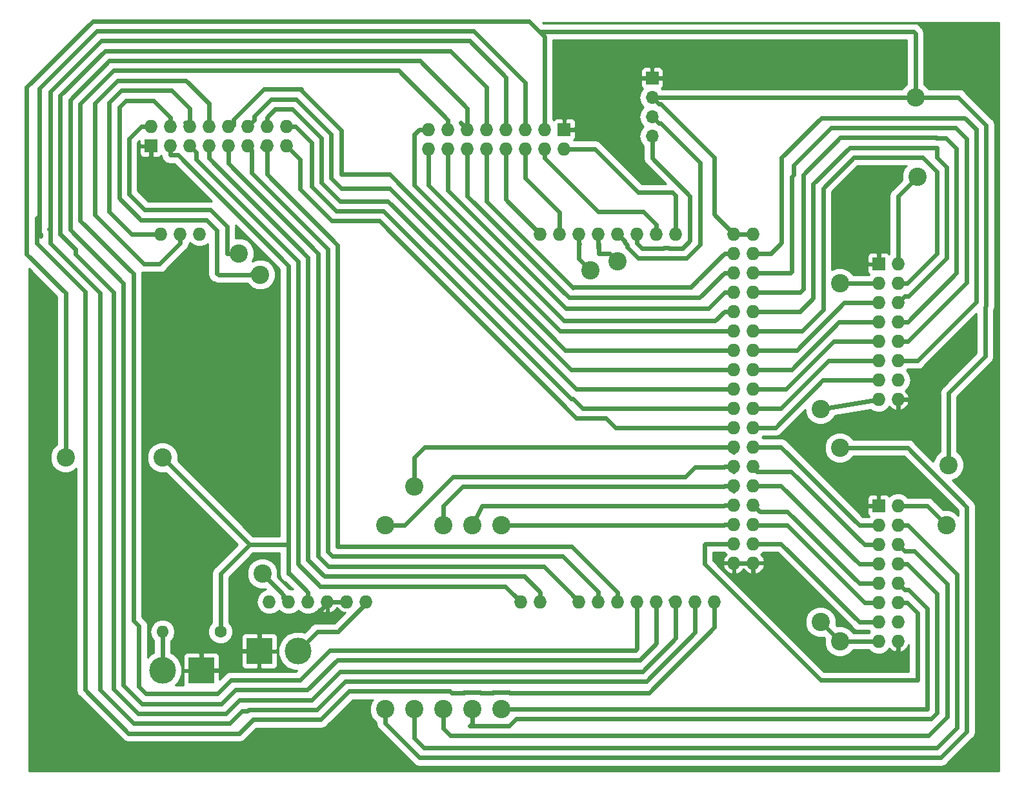
<source format=gbr>
G04 #@! TF.GenerationSoftware,KiCad,Pcbnew,(5.0.1)-4*
G04 #@! TF.CreationDate,2019-10-28T18:08:41+01:00*
G04 #@! TF.ProjectId,main_board,6D61696E5F626F6172642E6B69636164,rev?*
G04 #@! TF.SameCoordinates,PX52f83c0PY8f0d180*
G04 #@! TF.FileFunction,Copper,L2,Bot,Signal*
G04 #@! TF.FilePolarity,Positive*
%FSLAX46Y46*%
G04 Gerber Fmt 4.6, Leading zero omitted, Abs format (unit mm)*
G04 Created by KiCad (PCBNEW (5.0.1)-4) date 28/10/2019 18:08:41*
%MOMM*%
%LPD*%
G01*
G04 APERTURE LIST*
G04 #@! TA.AperFunction,ComponentPad*
%ADD10O,1.727200X1.727200*%
G04 #@! TD*
G04 #@! TA.AperFunction,ComponentPad*
%ADD11R,1.727200X1.727200*%
G04 #@! TD*
G04 #@! TA.AperFunction,ComponentPad*
%ADD12C,1.600000*%
G04 #@! TD*
G04 #@! TA.AperFunction,ComponentPad*
%ADD13O,1.600000X1.600000*%
G04 #@! TD*
G04 #@! TA.AperFunction,ComponentPad*
%ADD14R,1.700000X1.700000*%
G04 #@! TD*
G04 #@! TA.AperFunction,ComponentPad*
%ADD15O,1.700000X1.700000*%
G04 #@! TD*
G04 #@! TA.AperFunction,ComponentPad*
%ADD16C,3.500120*%
G04 #@! TD*
G04 #@! TA.AperFunction,ComponentPad*
%ADD17R,3.500120X3.500120*%
G04 #@! TD*
G04 #@! TA.AperFunction,ViaPad*
%ADD18C,2.400000*%
G04 #@! TD*
G04 #@! TA.AperFunction,Conductor*
%ADD19C,0.600000*%
G04 #@! TD*
G04 #@! TA.AperFunction,Conductor*
%ADD20C,0.254000*%
G04 #@! TD*
G04 APERTURE END LIST*
D10*
G04 #@! TO.P,J6,16*
G04 #@! TO.N,GND*
X114930000Y49670000D03*
G04 #@! TO.P,J6,15*
G04 #@! TO.N,+3V3*
X112390000Y49670000D03*
G04 #@! TO.P,J6,14*
G04 #@! TO.N,Net-(J6-Pad14)*
X114930000Y52210000D03*
G04 #@! TO.P,J6,13*
G04 #@! TO.N,Net-(J6-Pad13)*
X112390000Y52210000D03*
G04 #@! TO.P,J6,12*
G04 #@! TO.N,Net-(J6-Pad12)*
X114930000Y54750000D03*
G04 #@! TO.P,J6,11*
G04 #@! TO.N,Net-(J6-Pad11)*
X112390000Y54750000D03*
G04 #@! TO.P,J6,10*
G04 #@! TO.N,Net-(J6-Pad10)*
X114930000Y57290000D03*
G04 #@! TO.P,J6,9*
G04 #@! TO.N,Net-(J6-Pad9)*
X112390000Y57290000D03*
G04 #@! TO.P,J6,8*
G04 #@! TO.N,Net-(J6-Pad8)*
X114930000Y59830000D03*
G04 #@! TO.P,J6,7*
G04 #@! TO.N,Net-(J6-Pad7)*
X112390000Y59830000D03*
G04 #@! TO.P,J6,6*
G04 #@! TO.N,Net-(J6-Pad6)*
X114930000Y62370000D03*
G04 #@! TO.P,J6,5*
G04 #@! TO.N,Net-(J6-Pad5)*
X112390000Y62370000D03*
G04 #@! TO.P,J6,4*
G04 #@! TO.N,Net-(J6-Pad4)*
X114930000Y64910000D03*
G04 #@! TO.P,J6,3*
G04 #@! TO.N,Net-(J6-Pad3)*
X112390000Y64910000D03*
G04 #@! TO.P,J6,2*
G04 #@! TO.N,+5V*
X114930000Y67450000D03*
D11*
G04 #@! TO.P,J6,1*
G04 #@! TO.N,GND*
X112390000Y67450000D03*
G04 #@! TD*
D10*
G04 #@! TO.P,XA1,VIN*
G04 #@! TO.N,Net-(J4-Pad2)*
X45145001Y23124999D03*
G04 #@! TO.P,XA1,GND3*
G04 #@! TO.N,GND*
X42605001Y23124999D03*
G04 #@! TO.P,XA1,GND2*
X40065001Y23124999D03*
G04 #@! TO.P,XA1,5V1*
G04 #@! TO.N,+5V*
X37525001Y23124999D03*
G04 #@! TO.P,XA1,3V3*
G04 #@! TO.N,+3V3*
X34985001Y23124999D03*
G04 #@! TO.P,XA1,RST1*
G04 #@! TO.N,Net-(XA1-PadRST1)*
X32445001Y23124999D03*
G04 #@! TO.P,XA1,D21*
G04 #@! TO.N,SCL2*
X85785001Y71384999D03*
G04 #@! TO.P,XA1,D20*
G04 #@! TO.N,SDA2*
X83245001Y71384999D03*
G04 #@! TO.P,XA1,D19*
G04 #@! TO.N,Net-(J3-Pad4)*
X80705001Y71384999D03*
G04 #@! TO.P,XA1,D18*
G04 #@! TO.N,Net-(J3-Pad3)*
X78165001Y71384999D03*
G04 #@! TO.P,XA1,D17*
G04 #@! TO.N,RX1*
X75625001Y71384999D03*
G04 #@! TO.P,XA1,D16*
G04 #@! TO.N,TX1*
X73085001Y71384999D03*
G04 #@! TO.P,XA1,D15*
G04 #@! TO.N,RX2*
X70545001Y71384999D03*
G04 #@! TO.P,XA1,D14*
G04 #@! TO.N,TX2*
X68005001Y71384999D03*
G04 #@! TO.P,XA1,SCL*
G04 #@! TO.N,SCL1*
X18221001Y71384999D03*
G04 #@! TO.P,XA1,SDA*
G04 #@! TO.N,SDA1*
X20761001Y71384999D03*
G04 #@! TO.P,XA1,AREF*
G04 #@! TO.N,Net-(XA1-PadAREF)*
X23301001Y71384999D03*
G04 #@! TO.P,XA1,A6*
G04 #@! TO.N,A1.0*
X65465001Y23124999D03*
G04 #@! TO.P,XA1,A7*
G04 #@! TO.N,A1.1*
X68005001Y23124999D03*
G04 #@! TO.P,XA1,A8*
G04 #@! TO.N,A1.2*
X73085001Y23124999D03*
G04 #@! TO.P,XA1,A9*
G04 #@! TO.N,A1.3*
X75625001Y23124999D03*
G04 #@! TO.P,XA1,A10*
G04 #@! TO.N,A1.4*
X78165001Y23124999D03*
G04 #@! TO.P,XA1,A11*
G04 #@! TO.N,A2.0*
X80705001Y23124999D03*
G04 #@! TO.P,XA1,A12*
G04 #@! TO.N,A2.1*
X83245001Y23124999D03*
G04 #@! TO.P,XA1,A13*
G04 #@! TO.N,A2.2*
X85785001Y23124999D03*
G04 #@! TO.P,XA1,A14*
G04 #@! TO.N,A2.3*
X88325001Y23124999D03*
G04 #@! TO.P,XA1,A15*
G04 #@! TO.N,A2.4*
X90865001Y23124999D03*
G04 #@! TO.P,XA1,5V3*
G04 #@! TO.N,+5V*
X93405001Y71384999D03*
G04 #@! TO.P,XA1,5V4*
X95945001Y71384999D03*
G04 #@! TO.P,XA1,D22*
G04 #@! TO.N,I2.0*
X93405001Y68844999D03*
G04 #@! TO.P,XA1,D23*
G04 #@! TO.N,Net-(J6-Pad12)*
X95945001Y68844999D03*
G04 #@! TO.P,XA1,D24*
G04 #@! TO.N,I2.1*
X93405001Y66304999D03*
G04 #@! TO.P,XA1,D25*
G04 #@! TO.N,Net-(J6-Pad10)*
X95945001Y66304999D03*
G04 #@! TO.P,XA1,D26*
G04 #@! TO.N,I2.2*
X93405001Y63764999D03*
G04 #@! TO.P,XA1,D27*
G04 #@! TO.N,Net-(J6-Pad8)*
X95945001Y63764999D03*
G04 #@! TO.P,XA1,D28*
G04 #@! TO.N,I2.3*
X93405001Y61224999D03*
G04 #@! TO.P,XA1,D29*
G04 #@! TO.N,Net-(J6-Pad6)*
X95945001Y61224999D03*
G04 #@! TO.P,XA1,D30*
G04 #@! TO.N,I2.4*
X93405001Y58684999D03*
G04 #@! TO.P,XA1,D31*
G04 #@! TO.N,Net-(J6-Pad4)*
X95945001Y58684999D03*
G04 #@! TO.P,XA1,D32*
G04 #@! TO.N,I1.0*
X93405001Y56144999D03*
G04 #@! TO.P,XA1,D33*
G04 #@! TO.N,Net-(J6-Pad5)*
X95945001Y56144999D03*
G04 #@! TO.P,XA1,D34*
G04 #@! TO.N,I1.1*
X93405001Y53604999D03*
G04 #@! TO.P,XA1,D35*
G04 #@! TO.N,Net-(J6-Pad7)*
X95945001Y53604999D03*
G04 #@! TO.P,XA1,D36*
G04 #@! TO.N,I1.2*
X93405001Y51064999D03*
G04 #@! TO.P,XA1,D37*
G04 #@! TO.N,Net-(J6-Pad9)*
X95945001Y51064999D03*
G04 #@! TO.P,XA1,D38*
G04 #@! TO.N,I1.3*
X93405001Y48524999D03*
G04 #@! TO.P,XA1,D39*
G04 #@! TO.N,Net-(J6-Pad11)*
X95945001Y48524999D03*
G04 #@! TO.P,XA1,D40*
G04 #@! TO.N,I1.4*
X93405001Y45984999D03*
G04 #@! TO.P,XA1,D41*
G04 #@! TO.N,Net-(J6-Pad13)*
X95945001Y45984999D03*
G04 #@! TO.P,XA1,D42*
G04 #@! TO.N,Net-(J7-Pad4)*
X93405001Y43444999D03*
G04 #@! TO.P,XA1,D43*
G04 #@! TO.N,Net-(J7-Pad3)*
X95945001Y43444999D03*
G04 #@! TO.P,XA1,D44*
G04 #@! TO.N,Net-(J6-Pad3)*
X93405001Y40904999D03*
G04 #@! TO.P,XA1,D45*
G04 #@! TO.N,Net-(J7-Pad5)*
X95945001Y40904999D03*
G04 #@! TO.P,XA1,D46*
G04 #@! TO.N,Net-(J7-Pad6)*
X93405001Y38364999D03*
G04 #@! TO.P,XA1,D47*
G04 #@! TO.N,Net-(J7-Pad7)*
X95945001Y38364999D03*
G04 #@! TO.P,XA1,D48*
G04 #@! TO.N,Net-(J7-Pad8)*
X93405001Y35824999D03*
G04 #@! TO.P,XA1,D49*
G04 #@! TO.N,Net-(J7-Pad9)*
X95945001Y35824999D03*
G04 #@! TO.P,XA1,D50*
G04 #@! TO.N,Net-(J7-Pad10)*
X93405001Y33284999D03*
G04 #@! TO.P,XA1,D51*
G04 #@! TO.N,Net-(J7-Pad11)*
X95945001Y33284999D03*
G04 #@! TO.P,XA1,D52*
G04 #@! TO.N,Net-(J7-Pad12)*
X93405001Y30744999D03*
G04 #@! TO.P,XA1,D53*
G04 #@! TO.N,Net-(J7-Pad13)*
X95945001Y30744999D03*
G04 #@! TO.P,XA1,GND5*
G04 #@! TO.N,GND*
X93405001Y28204999D03*
G04 #@! TO.P,XA1,GND6*
X95945001Y28204999D03*
G04 #@! TD*
D12*
G04 #@! TO.P,F1,1*
G04 #@! TO.N,+5V*
X26030000Y19190000D03*
D13*
G04 #@! TO.P,F1,2*
G04 #@! TO.N,Net-(F1-Pad2)*
X18410000Y19190000D03*
G04 #@! TD*
D10*
G04 #@! TO.P,J1,16*
G04 #@! TO.N,I1.3*
X34666000Y85484000D03*
G04 #@! TO.P,J1,15*
G04 #@! TO.N,I1.4*
X34666000Y82944000D03*
G04 #@! TO.P,J1,14*
G04 #@! TO.N,I1.2*
X32126000Y85484000D03*
G04 #@! TO.P,J1,13*
G04 #@! TO.N,A1.4*
X32126000Y82944000D03*
G04 #@! TO.P,J1,12*
G04 #@! TO.N,I1.1*
X29586000Y85484000D03*
G04 #@! TO.P,J1,11*
G04 #@! TO.N,A1.3*
X29586000Y82944000D03*
G04 #@! TO.P,J1,10*
G04 #@! TO.N,I1.0*
X27046000Y85484000D03*
G04 #@! TO.P,J1,9*
G04 #@! TO.N,A1.2*
X27046000Y82944000D03*
G04 #@! TO.P,J1,8*
G04 #@! TO.N,SDA1*
X24506000Y85484000D03*
G04 #@! TO.P,J1,7*
G04 #@! TO.N,A1.1*
X24506000Y82944000D03*
G04 #@! TO.P,J1,6*
G04 #@! TO.N,SCL1*
X21966000Y85484000D03*
G04 #@! TO.P,J1,5*
G04 #@! TO.N,A1.0*
X21966000Y82944000D03*
G04 #@! TO.P,J1,4*
G04 #@! TO.N,TX1*
X19426000Y85484000D03*
G04 #@! TO.P,J1,3*
G04 #@! TO.N,+5V*
X19426000Y82944000D03*
G04 #@! TO.P,J1,2*
G04 #@! TO.N,RX1*
X16886000Y85484000D03*
D11*
G04 #@! TO.P,J1,1*
G04 #@! TO.N,GND*
X16886000Y82944000D03*
G04 #@! TD*
D10*
G04 #@! TO.P,J2,16*
G04 #@! TO.N,I2.3*
X53335000Y82563000D03*
G04 #@! TO.P,J2,15*
G04 #@! TO.N,I2.4*
X53335000Y85103000D03*
G04 #@! TO.P,J2,14*
G04 #@! TO.N,I2.2*
X55875000Y82563000D03*
G04 #@! TO.P,J2,13*
G04 #@! TO.N,A2.0*
X55875000Y85103000D03*
G04 #@! TO.P,J2,12*
G04 #@! TO.N,I2.1*
X58415000Y82563000D03*
G04 #@! TO.P,J2,11*
G04 #@! TO.N,A2.1*
X58415000Y85103000D03*
G04 #@! TO.P,J2,10*
G04 #@! TO.N,I2.0*
X60955000Y82563000D03*
G04 #@! TO.P,J2,9*
G04 #@! TO.N,A2.2*
X60955000Y85103000D03*
G04 #@! TO.P,J2,8*
G04 #@! TO.N,TX2*
X63495000Y82563000D03*
G04 #@! TO.P,J2,7*
G04 #@! TO.N,A2.3*
X63495000Y85103000D03*
G04 #@! TO.P,J2,6*
G04 #@! TO.N,RX2*
X66035000Y82563000D03*
G04 #@! TO.P,J2,5*
G04 #@! TO.N,A2.4*
X66035000Y85103000D03*
G04 #@! TO.P,J2,4*
G04 #@! TO.N,SDA2*
X68575000Y82563000D03*
G04 #@! TO.P,J2,3*
G04 #@! TO.N,+5V*
X68575000Y85103000D03*
G04 #@! TO.P,J2,2*
G04 #@! TO.N,SCL2*
X71115000Y82563000D03*
D11*
G04 #@! TO.P,J2,1*
G04 #@! TO.N,GND*
X71115000Y85103000D03*
G04 #@! TD*
D14*
G04 #@! TO.P,J3,1*
G04 #@! TO.N,GND*
X82672000Y91834000D03*
D15*
G04 #@! TO.P,J3,2*
G04 #@! TO.N,+5V*
X82672000Y89294000D03*
G04 #@! TO.P,J3,3*
G04 #@! TO.N,Net-(J3-Pad3)*
X82672000Y86754000D03*
G04 #@! TO.P,J3,4*
G04 #@! TO.N,Net-(J3-Pad4)*
X82672000Y84214000D03*
G04 #@! TD*
D16*
G04 #@! TO.P,J4,2*
G04 #@! TO.N,Net-(J4-Pad2)*
X36190000Y16650000D03*
D17*
G04 #@! TO.P,J4,1*
G04 #@! TO.N,GND*
X31110000Y16650000D03*
G04 #@! TD*
G04 #@! TO.P,J5,1*
G04 #@! TO.N,GND*
X23490000Y14110000D03*
D16*
G04 #@! TO.P,J5,2*
G04 #@! TO.N,Net-(F1-Pad2)*
X18410000Y14110000D03*
G04 #@! TD*
D11*
G04 #@! TO.P,J7,1*
G04 #@! TO.N,GND*
X112390000Y35700000D03*
D10*
G04 #@! TO.P,J7,2*
G04 #@! TO.N,+5V*
X114930000Y35700000D03*
G04 #@! TO.P,J7,3*
G04 #@! TO.N,Net-(J7-Pad3)*
X112390000Y33160000D03*
G04 #@! TO.P,J7,4*
G04 #@! TO.N,Net-(J7-Pad4)*
X114930000Y33160000D03*
G04 #@! TO.P,J7,5*
G04 #@! TO.N,Net-(J7-Pad5)*
X112390000Y30620000D03*
G04 #@! TO.P,J7,6*
G04 #@! TO.N,Net-(J7-Pad6)*
X114930000Y30620000D03*
G04 #@! TO.P,J7,7*
G04 #@! TO.N,Net-(J7-Pad7)*
X112390000Y28080000D03*
G04 #@! TO.P,J7,8*
G04 #@! TO.N,Net-(J7-Pad8)*
X114930000Y28080000D03*
G04 #@! TO.P,J7,9*
G04 #@! TO.N,Net-(J7-Pad9)*
X112390000Y25540000D03*
G04 #@! TO.P,J7,10*
G04 #@! TO.N,Net-(J7-Pad10)*
X114930000Y25540000D03*
G04 #@! TO.P,J7,11*
G04 #@! TO.N,Net-(J7-Pad11)*
X112390000Y23000000D03*
G04 #@! TO.P,J7,12*
G04 #@! TO.N,Net-(J7-Pad12)*
X114930000Y23000000D03*
G04 #@! TO.P,J7,13*
G04 #@! TO.N,Net-(J7-Pad13)*
X112390000Y20460000D03*
G04 #@! TO.P,J7,14*
G04 #@! TO.N,Net-(J7-Pad14)*
X114930000Y20460000D03*
G04 #@! TO.P,J7,15*
G04 #@! TO.N,+3V3*
X112390000Y17920000D03*
G04 #@! TO.P,J7,16*
G04 #@! TO.N,GND*
X114930000Y17920000D03*
G04 #@! TD*
D18*
G04 #@! TO.N,+5V*
X117470000Y78880000D03*
X117216000Y89294000D03*
X18410000Y42050000D03*
X5710000Y42050000D03*
X121280000Y33160000D03*
X121565635Y41065635D03*
G04 #@! TO.N,GND*
X109850000Y78880000D03*
X109596000Y91834000D03*
X16886000Y77864000D03*
X17140000Y62370000D03*
X123820000Y57290000D03*
X113660000Y94120000D03*
X121280000Y94120000D03*
X123820000Y48400000D03*
X18410000Y35700000D03*
X5710000Y35700000D03*
X102783998Y44036002D03*
X102230000Y23000000D03*
G04 #@! TO.N,RX1*
X28443000Y68847000D03*
X78132583Y67786341D03*
G04 #@! TO.N,TX1*
X31237000Y66053000D03*
X74544000Y66633999D03*
G04 #@! TO.N,+3V3*
X104770000Y20460000D03*
X104770000Y48400000D03*
X107310000Y17920000D03*
X31518130Y26810000D03*
G04 #@! TO.N,Net-(J6-Pad3)*
X107310000Y64910000D03*
X47620000Y33160000D03*
X47620000Y8989000D03*
X107310000Y43320000D03*
G04 #@! TO.N,Net-(J7-Pad4)*
X51430000Y38240000D03*
X51430000Y9030000D03*
G04 #@! TO.N,Net-(J7-Pad6)*
X55240000Y33160000D03*
X55240000Y9030000D03*
G04 #@! TO.N,Net-(J7-Pad8)*
X59050000Y33160000D03*
X59050000Y9030000D03*
G04 #@! TO.N,Net-(J7-Pad10)*
X62860000Y33160000D03*
X62860000Y9030000D03*
G04 #@! TD*
D19*
G04 #@! TO.N,+5V*
X19426000Y81722686D02*
X19426000Y82944000D01*
X114930000Y67450000D02*
X114930000Y76340000D01*
X114930000Y76340000D02*
X117470000Y78880000D01*
X95945001Y71384999D02*
X93405001Y71384999D01*
X83775999Y88444001D02*
X90800000Y81420000D01*
X82672000Y89294000D02*
X83521999Y88444001D01*
X83521999Y88444001D02*
X83775999Y88444001D01*
X90800000Y73990000D02*
X93405001Y71384999D01*
X90800000Y81420000D02*
X90800000Y73990000D01*
X82672000Y89294000D02*
X117216000Y89294000D01*
X117216000Y89294000D02*
X117216000Y97676000D01*
X116962000Y97930000D02*
X67940000Y97930000D01*
X117216000Y97676000D02*
X116962000Y97930000D01*
X68575000Y97295000D02*
X68575000Y85103000D01*
X67940000Y97930000D02*
X68575000Y97295000D01*
X20429184Y81722686D02*
X34920000Y67231870D01*
X19426000Y81722686D02*
X20429184Y81722686D01*
X37525001Y24346313D02*
X37525001Y23124999D01*
X34920000Y26951314D02*
X37525001Y24346313D01*
X34920000Y26810000D02*
X34920000Y26951314D01*
X29840000Y30620000D02*
X34920000Y30620000D01*
X26030000Y26810000D02*
X29840000Y30620000D01*
X34920000Y67231870D02*
X34920000Y30620000D01*
X34920000Y30620000D02*
X34920000Y26951314D01*
X26030000Y19190000D02*
X26030000Y26810000D01*
X29840000Y30620000D02*
X18410000Y42050000D01*
X5710000Y42050000D02*
X5710000Y63640000D01*
X66556920Y99313080D02*
X68575000Y97295000D01*
X9276152Y99313080D02*
X66556920Y99313080D01*
X599990Y90636918D02*
X9276152Y99313080D01*
X599990Y68750010D02*
X599990Y90636918D01*
X5710000Y63640000D02*
X599990Y68750010D01*
X114930000Y35700000D02*
X118740000Y35700000D01*
X118740000Y35700000D02*
X121280000Y33160000D01*
X122864491Y89294000D02*
X117216000Y89294000D01*
X121565635Y41065635D02*
X121565635Y50509633D01*
X121565635Y50509633D02*
X126360000Y55303998D01*
X126360000Y55303998D02*
X126360000Y61801509D01*
X126360000Y61801509D02*
X126510050Y61951559D01*
X126510050Y61951559D02*
X126510050Y85648441D01*
X126510050Y85648441D02*
X122864491Y89294000D01*
G04 #@! TO.N,Net-(F1-Pad2)*
X18410000Y19190000D02*
X18410000Y14110000D01*
G04 #@! TO.N,GND*
X112390000Y67450000D02*
X112390000Y76340000D01*
X112390000Y76340000D02*
X109850000Y78880000D01*
X82672000Y91834000D02*
X109596000Y91834000D01*
X74491000Y85103000D02*
X71115000Y85103000D01*
X82672000Y91834000D02*
X81222000Y91834000D01*
X81222000Y91834000D02*
X74491000Y85103000D01*
X16886000Y82944000D02*
X16886000Y77864000D01*
X114930000Y49670000D02*
X114930000Y45860000D01*
X106593998Y45860000D02*
X104770000Y44036002D01*
X114930000Y45860000D02*
X106593998Y45860000D01*
X110926400Y35700000D02*
X112390000Y35700000D01*
X104770000Y41856400D02*
X110926400Y35700000D01*
X104770000Y44036002D02*
X104770000Y41856400D01*
X95945001Y28204999D02*
X93405001Y28204999D01*
X114930000Y16698686D02*
X114930000Y17920000D01*
X113611314Y15380000D02*
X114930000Y16698686D01*
X104770000Y15380000D02*
X113611314Y15380000D01*
X95945001Y28204999D02*
X95945001Y24204999D01*
X100960000Y19190000D02*
X104770000Y15380000D01*
X31110000Y19000060D02*
X31110000Y16650000D01*
X31510001Y19400061D02*
X31110000Y19000060D01*
X36558193Y19400061D02*
X31510001Y19400061D01*
X40065001Y22906869D02*
X36558193Y19400061D01*
X40065001Y23124999D02*
X40065001Y22906869D01*
X40065001Y23124999D02*
X42605001Y23124999D01*
X23490000Y15504002D02*
X23490000Y14110000D01*
X17140000Y62370000D02*
X15900010Y61130010D01*
X25840060Y14110000D02*
X23490000Y14110000D01*
X26894001Y15163941D02*
X25840060Y14110000D01*
X26894001Y16119999D02*
X26894001Y15163941D01*
X27424002Y16650000D02*
X26894001Y16119999D01*
X31110000Y16650000D02*
X27424002Y16650000D01*
X23490000Y16774002D02*
X23490000Y14110000D01*
X17170010Y23093992D02*
X23490000Y16774002D01*
X15900010Y23093992D02*
X17170010Y23093992D01*
X15900010Y61130010D02*
X15900010Y35700000D01*
X114930000Y49670000D02*
X120010000Y49670000D01*
X120010000Y49670000D02*
X120010000Y53480000D01*
X120010000Y53480000D02*
X123820000Y57290000D01*
X110795999Y93033999D02*
X113660000Y94120000D01*
X109596000Y91834000D02*
X110795999Y93033999D01*
X127810060Y87589940D02*
X127810060Y52390060D01*
X121280000Y94120000D02*
X127810060Y87589940D01*
X127810060Y52390060D02*
X123820000Y48400000D01*
X15900010Y35700000D02*
X18410000Y35700000D01*
X15900010Y35700000D02*
X15900010Y23093992D01*
X125270060Y46949940D02*
X123820000Y48400000D01*
X125270060Y5533078D02*
X125270060Y46949940D01*
X121086962Y1349980D02*
X125270060Y5533078D01*
X16631529Y1349980D02*
X121086962Y1349980D01*
X5710000Y12271509D02*
X16631529Y1349980D01*
X5710000Y35700000D02*
X5710000Y12271509D01*
X104770000Y44036002D02*
X102783998Y44036002D01*
X102783998Y44036002D02*
X102783998Y44036002D01*
X98420000Y21730000D02*
X100960000Y21730000D01*
X98420000Y21730000D02*
X100960000Y19190000D01*
X95945001Y24204999D02*
X98420000Y21730000D01*
X100960000Y21730000D02*
X102230000Y23000000D01*
G04 #@! TO.N,RX1*
X15664686Y85484000D02*
X14025020Y83844334D01*
X16886000Y85484000D02*
X15664686Y85484000D01*
X14025020Y83844334D02*
X14025020Y76594470D01*
X14025020Y76594470D02*
X16070880Y74548610D01*
X16070880Y74548610D02*
X16084270Y74562000D01*
X16070880Y74548610D02*
X22841610Y74548610D01*
X22841610Y74548610D02*
X22855000Y74562000D01*
X24693491Y74562000D02*
X26919000Y72336491D01*
X22855000Y74562000D02*
X24693491Y74562000D01*
X26919000Y72336491D02*
X26919000Y68847000D01*
X26919000Y68847000D02*
X28443000Y68847000D01*
X75625001Y70163685D02*
X75687000Y68847000D01*
X75625001Y71384999D02*
X75625001Y70163685D01*
X75687000Y70101686D02*
X75687000Y68847000D01*
X75687000Y68847000D02*
X77071924Y68847000D01*
X77071924Y68847000D02*
X78132583Y67786341D01*
G04 #@! TO.N,TX1*
X19426000Y86705314D02*
X17218314Y88913000D01*
X19426000Y85484000D02*
X19426000Y86705314D01*
X13584000Y88913000D02*
X12725010Y88054010D01*
X17218314Y88913000D02*
X13584000Y88913000D01*
X12725010Y88054010D02*
X12725010Y76055990D01*
X24168400Y73248600D02*
X25522000Y71895000D01*
X12725010Y76055990D02*
X15532400Y73248600D01*
X15532400Y73248600D02*
X24168400Y73248600D01*
X25522000Y71895000D02*
X25522000Y66180000D01*
X73085001Y70163685D02*
X73147000Y70101686D01*
X73085001Y71384999D02*
X73085001Y70163685D01*
X30094000Y66180000D02*
X30983000Y66180000D01*
X73085001Y70163685D02*
X73085001Y68092998D01*
X73085001Y68092998D02*
X74544000Y66633999D01*
X31237000Y66053000D02*
X25776000Y66053000D01*
G04 #@! TO.N,A1.0*
X64601402Y23988598D02*
X65465001Y23124999D01*
X22829599Y81160762D02*
X36220010Y67770351D01*
X21966000Y82944000D02*
X22829599Y82080401D01*
X22829599Y82080401D02*
X22829599Y81160762D01*
X36220010Y67770351D02*
X36220010Y28049990D01*
X36220010Y28049990D02*
X39111000Y25159000D01*
X63431000Y25159000D02*
X65465001Y23124999D01*
X39111000Y25159000D02*
X63431000Y25159000D01*
G04 #@! TO.N,SDA1*
X20761001Y70163685D02*
X20761001Y71384999D01*
X15997000Y67450000D02*
X18047316Y67450000D01*
X18047316Y67450000D02*
X20761001Y70163685D01*
X9520000Y73927000D02*
X15997000Y67450000D01*
X12507038Y91513020D02*
X21524980Y91513020D01*
X9520000Y73927000D02*
X9520000Y88525982D01*
X9520000Y88525982D02*
X12507038Y91513020D01*
X24506000Y88532000D02*
X24506000Y85484000D01*
X21524980Y91513020D02*
X24506000Y88532000D01*
G04 #@! TO.N,A1.1*
X24506000Y81322851D02*
X37520020Y68308832D01*
X24506000Y82944000D02*
X24506000Y81322851D01*
X37520020Y68308832D02*
X37520020Y28588470D01*
X68005001Y24346313D02*
X68005001Y23124999D01*
X65892304Y26459010D02*
X68005001Y24346313D01*
X39649480Y26459010D02*
X65892304Y26459010D01*
X37520020Y28588470D02*
X39649480Y26459010D01*
G04 #@! TO.N,SCL1*
X14348001Y71384999D02*
X18221001Y71384999D01*
X11425000Y74308000D02*
X14348001Y71384999D01*
X21966000Y85484000D02*
X21426001Y86023999D01*
X13045519Y90213010D02*
X19649990Y90213010D01*
X11425000Y74308000D02*
X11425000Y88592491D01*
X11425000Y88592491D02*
X13045519Y90213010D01*
X21966000Y87897000D02*
X21966000Y85484000D01*
X19649990Y90213010D02*
X21966000Y87897000D01*
G04 #@! TO.N,A1.2*
X38820030Y68847313D02*
X38820030Y29126950D01*
X27046000Y82944000D02*
X27046000Y80621343D01*
X27046000Y80621343D02*
X38820030Y68847313D01*
X72221402Y23988598D02*
X73085001Y23124999D01*
X68450980Y27759020D02*
X72221402Y23988598D01*
X40187960Y27759020D02*
X68450980Y27759020D01*
X38820030Y29126950D02*
X40187960Y27759020D01*
G04 #@! TO.N,I1.0*
X31713890Y90370020D02*
X36637980Y90370020D01*
X27722399Y86378529D02*
X31713890Y90370020D01*
X27722399Y85652399D02*
X27722399Y86378529D01*
X27046000Y85484000D02*
X27554000Y85484000D01*
X27554000Y85484000D02*
X27722399Y85652399D01*
X37592786Y89294001D02*
X37592786Y89294000D01*
X36637980Y90248807D02*
X37592786Y89294001D01*
X36637980Y90370020D02*
X36637980Y90248807D01*
X37592786Y89294000D02*
X36891393Y89995393D01*
X41868028Y85018758D02*
X37592786Y89294000D01*
X41868028Y79224028D02*
X41868028Y85018758D01*
X48215387Y79224028D02*
X41868028Y79224028D01*
X71294416Y56144999D02*
X48215387Y79224028D01*
X93405001Y56144999D02*
X71294416Y56144999D01*
G04 #@! TO.N,A1.3*
X30149593Y79356240D02*
X40120040Y69385794D01*
X29586000Y82944000D02*
X30149593Y82380407D01*
X30149593Y82380407D02*
X30149593Y79356240D01*
X40120040Y69385794D02*
X40120040Y29665430D01*
X70912284Y29059030D02*
X75560000Y24411314D01*
X40120040Y29665430D02*
X40726440Y29059030D01*
X40726440Y29059030D02*
X70912284Y29059030D01*
X75625001Y24204999D02*
X75625001Y23124999D01*
X75560000Y24270000D02*
X75625001Y24204999D01*
X75560000Y24411314D02*
X75560000Y24270000D01*
G04 #@! TO.N,I1.1*
X30449599Y86347599D02*
X29586000Y85484000D01*
X32652205Y89070010D02*
X30449599Y86867404D01*
X35978286Y89070010D02*
X32652205Y89070010D01*
X30449599Y86867404D02*
X30449599Y86347599D01*
X71995925Y53604999D02*
X48255000Y77345924D01*
X93405001Y53604999D02*
X71995925Y53604999D01*
X48255000Y77345924D02*
X41907641Y77345924D01*
X41907641Y77345924D02*
X40568020Y78685545D01*
X40568020Y78685545D02*
X40568020Y84480276D01*
X40568020Y84480276D02*
X35978286Y89070010D01*
G04 #@! TO.N,A1.4*
X32126000Y82944000D02*
X31618000Y82944000D01*
X31618000Y82944000D02*
X31449601Y82775601D01*
X78165001Y24346313D02*
X78165001Y23124999D01*
X72152274Y30359040D02*
X78165001Y24346313D01*
X41420050Y30359040D02*
X72152274Y30359040D01*
X41420050Y69924275D02*
X41420050Y30359040D01*
X32126000Y79218325D02*
X41420050Y69924275D01*
X32126000Y82944000D02*
X32126000Y79218325D01*
G04 #@! TO.N,I1.2*
X32126000Y86705314D02*
X32126000Y85484000D01*
X33190686Y87770000D02*
X32126000Y86705314D01*
X35439805Y87770000D02*
X33190686Y87770000D01*
X39268010Y83941795D02*
X35439805Y87770000D01*
X39268010Y78147064D02*
X39268010Y83941795D01*
X41710074Y75705000D02*
X39268010Y78147064D01*
X91245508Y51064998D02*
X72697435Y51064998D01*
X72697435Y51064998D02*
X54097000Y69665433D01*
X54097000Y69665433D02*
X54040567Y69665433D01*
X54040567Y69665433D02*
X48001000Y75705000D01*
X93405001Y51064999D02*
X91245508Y51064998D01*
X48001000Y75705000D02*
X41710074Y75705000D01*
G04 #@! TO.N,I1.4*
X93405001Y45984999D02*
X77843999Y45984999D01*
X76604009Y47224989D02*
X72737521Y47224989D01*
X77843999Y45984999D02*
X76604009Y47224989D01*
X46857530Y73104980D02*
X40633112Y73104980D01*
X72737521Y47224989D02*
X46857530Y73104980D01*
X40633112Y73104980D02*
X36444000Y77294092D01*
X36444000Y81166000D02*
X34666000Y82944000D01*
X36444000Y77294092D02*
X36444000Y81166000D01*
G04 #@! TO.N,I1.3*
X35887314Y85484000D02*
X37968000Y83403314D01*
X34666000Y85484000D02*
X35887314Y85484000D01*
X41171593Y74404990D02*
X37968000Y77608583D01*
X37968000Y82690000D02*
X37968000Y82309000D01*
X47396010Y74404990D02*
X41171593Y74404990D01*
X37968000Y83403314D02*
X37968000Y82690000D01*
X93405001Y48524999D02*
X73530001Y48524999D01*
X73530001Y48524999D02*
X72290012Y49764988D01*
X37968000Y77608583D02*
X37968000Y82690000D01*
X72290012Y49764988D02*
X72036012Y49764988D01*
X72036012Y49764988D02*
X47396010Y74404990D01*
G04 #@! TO.N,I2.3*
X93405001Y61224999D02*
X92183687Y61224999D01*
X90943697Y59985009D02*
X77465000Y59985009D01*
X92183687Y61224999D02*
X90943697Y59985009D01*
X77465000Y59985009D02*
X78382009Y59985009D01*
X53335000Y77781397D02*
X53335000Y82563000D01*
X71131388Y59985009D02*
X53335000Y77781397D01*
X77465000Y59985009D02*
X71131388Y59985009D01*
G04 #@! TO.N,I2.4*
X52113686Y85103000D02*
X53335000Y85103000D01*
X51471399Y84460713D02*
X52113686Y85103000D01*
X51471399Y77806507D02*
X51471399Y84460713D01*
X70592907Y58684999D02*
X51471399Y77806507D01*
X93405001Y58684999D02*
X70592907Y58684999D01*
G04 #@! TO.N,I2.2*
X92183687Y63764999D02*
X90038000Y61619312D01*
X93405001Y63764999D02*
X92183687Y63764999D01*
X55875000Y77079888D02*
X55875000Y82563000D01*
X71335576Y61619312D02*
X55875000Y77079888D01*
X90038000Y61619312D02*
X71335576Y61619312D01*
G04 #@! TO.N,A2.4*
X2414960Y71126040D02*
X2414960Y71319550D01*
X2154000Y71387000D02*
X2414960Y71126040D01*
X59281420Y98013070D02*
X66035000Y91259490D01*
X66035000Y91259490D02*
X66035000Y85103000D01*
X9814633Y98013070D02*
X59281420Y98013070D01*
X2250992Y90449429D02*
X9814633Y98013070D01*
X2414960Y71319550D02*
X2250992Y71483518D01*
X8250000Y63773019D02*
X1900000Y70123019D01*
X8250000Y11570000D02*
X8250000Y63773019D01*
X1900000Y73449008D02*
X2250992Y73800000D01*
X28488450Y5839959D02*
X13980041Y5839959D01*
X30288451Y7639960D02*
X28488450Y5839959D01*
X13980041Y5839959D02*
X8250000Y11570000D01*
X39178451Y7639960D02*
X30288451Y7639960D01*
X1900000Y70123019D02*
X1900000Y73449008D01*
X63957002Y11189000D02*
X63916001Y11230001D01*
X82278959Y11189000D02*
X63957002Y11189000D01*
X57993999Y11230001D02*
X57952998Y11189000D01*
X90865001Y19775042D02*
X82278959Y11189000D01*
X90865001Y23124999D02*
X90865001Y19775042D01*
X2250992Y71483518D02*
X2250992Y73800000D01*
X2250992Y73800000D02*
X2250992Y90449429D01*
X42921470Y11382980D02*
X39178451Y7639960D01*
X63916001Y11230001D02*
X61803999Y11230001D01*
X61803999Y11230001D02*
X61762998Y11189000D01*
X61762998Y11189000D02*
X60147002Y11189000D01*
X60106001Y11230001D02*
X57993999Y11230001D01*
X57952998Y11189000D02*
X56337002Y11189000D01*
X56337002Y11189000D02*
X56143022Y11382980D01*
X60147002Y11189000D02*
X60106001Y11230001D01*
X56143022Y11382980D02*
X42921470Y11382980D01*
G04 #@! TO.N,I2.1*
X92183687Y66304999D02*
X88895000Y63016312D01*
X93405001Y66304999D02*
X92183687Y66304999D01*
X58415000Y76378379D02*
X58415000Y82563000D01*
X71777067Y63016312D02*
X58415000Y76378379D01*
X88895000Y63016312D02*
X71777067Y63016312D01*
G04 #@! TO.N,A2.3*
X63495000Y86324314D02*
X63495000Y85103000D01*
X3714970Y71858030D02*
X3551000Y72022000D01*
X88325001Y19073528D02*
X81934463Y12682990D01*
X88325001Y23124999D02*
X88325001Y19073528D01*
X3714970Y71604030D02*
X3714970Y71858030D01*
X10353114Y96713060D02*
X58742940Y96713060D01*
X3714970Y71604030D02*
X3714970Y90074916D01*
X3714970Y90074916D02*
X10353114Y96713060D01*
X63495000Y91961000D02*
X63495000Y85103000D01*
X58742940Y96713060D02*
X63495000Y91961000D01*
X3714970Y70146539D02*
X10221509Y63640000D01*
X3714970Y71604030D02*
X3714970Y70146539D01*
X27239444Y7139969D02*
X28849738Y8750264D01*
X14660556Y7139969D02*
X27239444Y7139969D01*
X10221509Y63640000D02*
X10221509Y11579016D01*
X10221509Y11579016D02*
X14660556Y7139969D01*
X29749970Y8939970D02*
X38639970Y8939970D01*
X28849738Y8750264D02*
X29560264Y8750264D01*
X29560264Y8750264D02*
X29749970Y8939970D01*
X42382990Y12682990D02*
X81934463Y12682990D01*
X38639970Y8939970D02*
X42382990Y12682990D01*
G04 #@! TO.N,I2.0*
X60955000Y82563000D02*
X60955000Y82344870D01*
X92183687Y68844999D02*
X93405001Y68844999D01*
X87772687Y64433999D02*
X88641000Y65302312D01*
X88641000Y65302312D02*
X92183687Y68844999D01*
X88387000Y65048312D02*
X88641000Y65302312D01*
X60955000Y82563000D02*
X60955000Y75676870D01*
X60955000Y75676870D02*
X72315547Y64316322D01*
X72315547Y64316322D02*
X72433224Y64433999D01*
X72433224Y64433999D02*
X87772687Y64433999D01*
G04 #@! TO.N,A2.2*
X60955000Y85103000D02*
X60955000Y86324314D01*
X56232950Y95413050D02*
X60955000Y90691000D01*
X10891595Y95413050D02*
X56232950Y95413050D01*
X5014980Y89536435D02*
X10891595Y95413050D01*
X81395982Y13983000D02*
X41711490Y13983000D01*
X60955000Y90691000D02*
X60955000Y85103000D01*
X85785001Y18372019D02*
X81395982Y13983000D01*
X85785001Y22680999D02*
X85785001Y18372019D01*
X85785001Y23124999D02*
X85552602Y23357398D01*
X85108602Y23357398D02*
X85785001Y22680999D01*
X6980000Y69421510D02*
X5014980Y71386530D01*
X85552602Y23357398D02*
X85108602Y23357398D01*
X6980000Y68720000D02*
X6980000Y69421510D01*
X41711490Y13983000D02*
X37968471Y10239980D01*
X26700963Y8439979D02*
X15199037Y8439979D01*
X37968471Y10239980D02*
X28500963Y10239980D01*
X28500963Y10239980D02*
X26700963Y8439979D01*
X15199037Y8439979D02*
X11999980Y11639036D01*
X11999980Y11639036D02*
X11999980Y63700020D01*
X11999980Y63700020D02*
X6980000Y68720000D01*
X5014980Y71386530D02*
X5014980Y89536435D01*
G04 #@! TO.N,SCL2*
X75126805Y82563000D02*
X80841805Y76848000D01*
X71115000Y82563000D02*
X75126805Y82563000D01*
X80841805Y76848000D02*
X85339000Y76848000D01*
X85785001Y76401999D02*
X85785001Y71384999D01*
X85339000Y76848000D02*
X85785001Y76401999D01*
G04 #@! TO.N,A2.1*
X58415000Y85103000D02*
X57551401Y85966599D01*
X41366990Y15476990D02*
X81051481Y15476990D01*
X83245001Y17670510D02*
X83245001Y23124999D01*
X37429990Y11539990D02*
X41366990Y15476990D01*
X81051481Y15476990D02*
X83245001Y17670510D01*
X27962483Y11539990D02*
X37429990Y11539990D01*
X26162482Y9739989D02*
X27962483Y11539990D01*
X15737518Y9739989D02*
X26162482Y9739989D01*
X13299990Y12177517D02*
X15737518Y9739989D01*
X58415000Y87897000D02*
X52198960Y94113040D01*
X13299990Y64940010D02*
X13299990Y12177517D01*
X58415000Y85103000D02*
X58415000Y87897000D01*
X52198960Y94113040D02*
X11430076Y94113040D01*
X11430076Y94113040D02*
X6314990Y88997954D01*
X6314990Y88997954D02*
X6314990Y71925010D01*
X6314990Y71925010D02*
X13299990Y64940010D01*
G04 #@! TO.N,SDA2*
X68575000Y81341686D02*
X75608686Y74308000D01*
X68575000Y82563000D02*
X68575000Y81341686D01*
X83245001Y72606313D02*
X83245001Y71384999D01*
X81543314Y74308000D02*
X83245001Y72606313D01*
X75608686Y74308000D02*
X81543314Y74308000D01*
G04 #@! TO.N,A2.0*
X55875000Y86324314D02*
X55875000Y85103000D01*
X36450091Y12840000D02*
X27424002Y12840000D01*
X80513000Y16777000D02*
X40387091Y16777000D01*
X40387091Y16777000D02*
X36450091Y12840000D01*
X80705001Y23124999D02*
X80705001Y16969001D01*
X11968557Y92813030D02*
X49386284Y92813030D01*
X80705001Y16969001D02*
X80513000Y16777000D01*
X27424002Y12840000D02*
X25624001Y11039999D01*
X25624001Y11039999D02*
X16275999Y11039999D01*
X15339999Y19929999D02*
X14600000Y20669998D01*
X16275999Y11039999D02*
X15339999Y11975999D01*
X7615000Y88459473D02*
X11968557Y92813030D01*
X15339999Y11975999D02*
X15339999Y19929999D01*
X14600000Y20669998D02*
X14600000Y66180000D01*
X14600000Y66180000D02*
X7615000Y73165000D01*
X7615000Y73165000D02*
X7615000Y88459473D01*
X49386284Y92813030D02*
X55875000Y86324314D01*
G04 #@! TO.N,TX2*
X63495000Y75895000D02*
X68005001Y71384999D01*
X63495000Y82563000D02*
X63495000Y75895000D01*
G04 #@! TO.N,RX2*
X66035000Y82563000D02*
X66035000Y78753000D01*
X70545001Y74242999D02*
X70545001Y71384999D01*
X66035000Y78753000D02*
X70545001Y74242999D01*
G04 #@! TO.N,Net-(J3-Pad3)*
X79028600Y70303270D02*
X79028600Y70521400D01*
X79404991Y69926879D02*
X79028600Y70303270D01*
X79404991Y69625204D02*
X79404991Y69926879D01*
X80808807Y68221388D02*
X79404991Y69625204D01*
X79028600Y70521400D02*
X78165001Y71384999D01*
X82672000Y86754000D02*
X83521999Y85904001D01*
X83521999Y85904001D02*
X83775999Y85904001D01*
X83775999Y85904001D02*
X88948612Y80731388D01*
X88948612Y80731388D02*
X88948612Y69951989D01*
X88948612Y69951989D02*
X87218011Y68221388D01*
X87218011Y68221388D02*
X80808807Y68221388D01*
G04 #@! TO.N,Net-(J3-Pad4)*
X80705001Y70163685D02*
X80705001Y71384999D01*
X84139530Y69521398D02*
X81347288Y69521398D01*
X84227132Y69609000D02*
X84139530Y69521398D01*
X82672000Y81353491D02*
X87648602Y76376889D01*
X82672000Y84214000D02*
X82672000Y81353491D01*
X87648602Y76376889D02*
X87648602Y70490470D01*
X87648602Y70490470D02*
X86679530Y69521398D01*
X81347288Y69521398D02*
X80705001Y70163685D01*
X84802870Y69609000D02*
X84227132Y69609000D01*
X86679530Y69521398D02*
X84890472Y69521398D01*
X84890472Y69521398D02*
X84802870Y69609000D01*
G04 #@! TO.N,Net-(J4-Pad2)*
X38730000Y19190000D02*
X36190000Y16650000D01*
X41428132Y19190000D02*
X38730000Y19190000D01*
X45145001Y22906869D02*
X41428132Y19190000D01*
X45145001Y23124999D02*
X45145001Y22906869D01*
G04 #@! TO.N,+3V3*
X112390000Y49670000D02*
X104770000Y48400000D01*
X112390000Y17920000D02*
X107310000Y17920000D01*
X107310000Y17920000D02*
X104770000Y20460000D01*
X104770000Y20460000D02*
X104770000Y20460000D01*
X107310000Y17920000D02*
X107310000Y17920000D01*
X34308602Y24019528D02*
X31518130Y26810000D01*
X34308602Y23611398D02*
X34308602Y24019528D01*
X34985001Y23124999D02*
X34795001Y23124999D01*
X34795001Y23124999D02*
X34308602Y23611398D01*
X31518130Y26810000D02*
X31518130Y26810000D01*
G04 #@! TO.N,Net-(J6-Pad13)*
X98847450Y45984999D02*
X95945001Y45984999D01*
X105072451Y52210000D02*
X98847450Y45984999D01*
X112390000Y52210000D02*
X105072451Y52210000D01*
G04 #@! TO.N,Net-(J6-Pad12)*
X95945001Y68844999D02*
X98295001Y68844999D01*
X99659990Y70209988D02*
X99659990Y81389990D01*
X98295001Y68844999D02*
X99659990Y70209988D01*
X104890040Y86620040D02*
X123699960Y86620040D01*
X99659990Y81389990D02*
X104890040Y86620040D01*
X125210040Y85109960D02*
X125210040Y62490040D01*
X123699960Y86620040D02*
X125210040Y85109960D01*
X117470000Y54750000D02*
X114930000Y54750000D01*
X125210040Y62490040D02*
X117470000Y54750000D01*
G04 #@! TO.N,Net-(J6-Pad11)*
X112390000Y54750000D02*
X105773961Y54750000D01*
X99548960Y48524999D02*
X95945001Y48524999D01*
X105773961Y54750000D02*
X99548960Y48524999D01*
G04 #@! TO.N,Net-(J6-Pad10)*
X95945001Y66304999D02*
X100835001Y66304999D01*
X100835001Y66304999D02*
X100960000Y66429998D01*
X101209969Y79129969D02*
X101209969Y80399969D01*
X100960000Y66429998D02*
X100960000Y78880000D01*
X100960000Y78880000D02*
X101209969Y79129969D01*
X106130030Y85320030D02*
X122459970Y85320030D01*
X101209969Y80399969D02*
X106130030Y85320030D01*
X116200000Y57290000D02*
X114930000Y57290000D01*
X123910030Y65000030D02*
X116200000Y57290000D01*
X123910030Y83869970D02*
X123910030Y65000030D01*
X122459970Y85320030D02*
X123910030Y83869970D01*
G04 #@! TO.N,Net-(J6-Pad9)*
X112390000Y57290000D02*
X106475471Y57290000D01*
X100250470Y51064999D02*
X95945001Y51064999D01*
X106475471Y57290000D02*
X100250470Y51064999D01*
G04 #@! TO.N,Net-(J6-Pad8)*
X95945001Y63764999D02*
X102105001Y63764999D01*
X102509979Y64169977D02*
X102509979Y79159979D01*
X102105001Y63764999D02*
X102509979Y64169977D01*
X107370020Y84020020D02*
X119949980Y84020020D01*
X102509979Y79159979D02*
X107370020Y84020020D01*
X119979990Y83990010D02*
X119949980Y84020020D01*
X119979990Y83990010D02*
X121249990Y83990010D01*
X122610020Y82629980D02*
X122610020Y66240020D01*
X121249990Y83990010D02*
X122610020Y82629980D01*
X122610020Y66240020D02*
X116200000Y59830000D01*
X116200000Y59830000D02*
X114930000Y59830000D01*
G04 #@! TO.N,Net-(J6-Pad7)*
X112390000Y59830000D02*
X107176981Y59830000D01*
X100951980Y53604999D02*
X95945001Y53604999D01*
X107176981Y59830000D02*
X100951980Y53604999D01*
G04 #@! TO.N,Net-(J6-Pad6)*
X96163131Y61224999D02*
X96288130Y61100000D01*
X95945001Y61224999D02*
X96163131Y61224999D01*
X95945001Y61224999D02*
X102105001Y61224999D01*
X103809989Y62929987D02*
X103809989Y77934482D01*
X102105001Y61224999D02*
X103809989Y62929987D01*
X108595517Y82720010D02*
X118709990Y82720010D01*
X103809989Y77934482D02*
X108595517Y82720010D01*
X118709990Y82720010D02*
X118740000Y82690000D01*
X118740000Y82690000D02*
X120010000Y82690000D01*
X115793599Y63233599D02*
X114930000Y62370000D01*
X116313404Y63233599D02*
X115793599Y63233599D01*
X121310010Y68230205D02*
X116313404Y63233599D01*
X121310010Y80134483D02*
X121310010Y68230205D01*
X120010000Y81434492D02*
X121310010Y80134483D01*
X120010000Y82690000D02*
X120010000Y81434492D01*
G04 #@! TO.N,Net-(J6-Pad5)*
X112390000Y62370000D02*
X107878491Y62370000D01*
X107878491Y62370000D02*
X101653490Y56144999D01*
X101653490Y56144999D02*
X95945001Y56144999D01*
G04 #@! TO.N,Net-(J6-Pad4)*
X95945001Y58684999D02*
X102354999Y58684999D01*
X118186002Y81420000D02*
X120010000Y79596002D01*
X109133998Y81420000D02*
X118186002Y81420000D01*
X105109999Y77396001D02*
X109133998Y81420000D01*
X102354999Y58684999D02*
X105109999Y61439999D01*
X105109999Y61439999D02*
X105109999Y77396001D01*
X116151314Y64910000D02*
X114930000Y64910000D01*
X120010000Y68768686D02*
X116151314Y64910000D01*
X120010000Y79596002D02*
X120010000Y68768686D01*
G04 #@! TO.N,Net-(J6-Pad3)*
X93405001Y40904999D02*
X93405001Y40228600D01*
X112390000Y64910000D02*
X107310000Y64910000D01*
X92183687Y40904999D02*
X92058688Y40780000D01*
X93405001Y40904999D02*
X92183687Y40904999D01*
X92058688Y40780000D02*
X88260000Y40780000D01*
X88260000Y40780000D02*
X87020010Y39540010D01*
X87020010Y39540010D02*
X56540010Y39540010D01*
X56540010Y39540010D02*
X50160000Y33160000D01*
X50160000Y33160000D02*
X47620000Y33160000D01*
X120548481Y2649990D02*
X123970050Y6071559D01*
X52161519Y2649990D02*
X120548481Y2649990D01*
X47620000Y8989000D02*
X47620000Y7191509D01*
X47620000Y7191509D02*
X52161519Y2649990D01*
X123970050Y6071559D02*
X123970050Y35549950D01*
X123970050Y35549950D02*
X116200000Y43320000D01*
X116200000Y43320000D02*
X107310000Y43320000D01*
G04 #@! TO.N,Net-(J7-Pad3)*
X95945001Y43444999D02*
X99565001Y43444999D01*
X109850000Y33160000D02*
X112390000Y33160000D01*
X99565001Y43444999D02*
X109850000Y33160000D01*
G04 #@! TO.N,Net-(J7-Pad4)*
X93405001Y43444999D02*
X93405001Y42768600D01*
X93405001Y43444999D02*
X52824999Y43444999D01*
X122670040Y26689960D02*
X122670040Y6610040D01*
X114930000Y33160000D02*
X116200000Y33160000D01*
X116200000Y33160000D02*
X122670040Y26689960D01*
X122670040Y6610040D02*
X120010000Y3950000D01*
X120010000Y3950000D02*
X52700000Y3950000D01*
X52700000Y3950000D02*
X51430000Y5220000D01*
X51430000Y5220000D02*
X51430000Y9030000D01*
X52824999Y43444999D02*
X51430000Y42050000D01*
X51430000Y42050000D02*
X51430000Y38240000D01*
G04 #@! TO.N,Net-(J7-Pad5)*
X110551510Y30620000D02*
X112390000Y30620000D01*
X100942910Y40228600D02*
X110551510Y30620000D01*
X96431400Y40228600D02*
X100942910Y40228600D01*
X95945001Y40714999D02*
X96431400Y40228600D01*
X95945001Y40904999D02*
X95945001Y40714999D01*
G04 #@! TO.N,Net-(J7-Pad6)*
X93405001Y38364999D02*
X93405001Y37688600D01*
X92183687Y38364999D02*
X92058688Y38240000D01*
X93405001Y38364999D02*
X92183687Y38364999D01*
X92058688Y38240000D02*
X57780000Y38240000D01*
X57780000Y38240000D02*
X55240000Y35700000D01*
X55240000Y35700000D02*
X55240000Y33160000D01*
X115793599Y29756401D02*
X117063599Y29756401D01*
X114930000Y30620000D02*
X115793599Y29756401D01*
X118916971Y5529989D02*
X56200011Y5529989D01*
X121370030Y7983048D02*
X118916971Y5529989D01*
X117063599Y29756401D02*
X121370030Y25449970D01*
X121370030Y25449970D02*
X121370030Y7983048D01*
X56200011Y5529989D02*
X55240000Y6490000D01*
X55240000Y6490000D02*
X55240000Y9030000D01*
G04 #@! TO.N,Net-(J7-Pad7)*
X95945001Y38364999D02*
X99565001Y38364999D01*
X109850000Y28080000D02*
X112390000Y28080000D01*
X99565001Y38364999D02*
X109850000Y28080000D01*
G04 #@! TO.N,Net-(J7-Pad8)*
X92183687Y35824999D02*
X92058688Y35700000D01*
X93405001Y35824999D02*
X92183687Y35824999D01*
X92058688Y35700000D02*
X60320000Y35700000D01*
X60320000Y35700000D02*
X59050000Y33160000D01*
X63916001Y6829999D02*
X64815992Y7729990D01*
X116151314Y28080000D02*
X114930000Y28080000D01*
X64815992Y7729990D02*
X119278481Y7729990D01*
X120070020Y8521529D02*
X120070020Y24161294D01*
X119278481Y7729990D02*
X120070020Y8521529D01*
X120070020Y24161294D02*
X116151314Y28080000D01*
X63916001Y6829999D02*
X58710001Y6829999D01*
X58710001Y6829999D02*
X59050000Y7169998D01*
X59050000Y7169998D02*
X59050000Y9030000D01*
G04 #@! TO.N,Net-(J7-Pad9)*
X96808600Y34961400D02*
X100428600Y34961400D01*
X95945001Y35824999D02*
X96808600Y34961400D01*
X109850000Y25540000D02*
X112390000Y25540000D01*
X100428600Y34961400D02*
X109850000Y25540000D01*
G04 #@! TO.N,Net-(J7-Pad10)*
X92183687Y33284999D02*
X92058688Y33160000D01*
X93405001Y33284999D02*
X92183687Y33284999D01*
X92058688Y33160000D02*
X62860000Y33160000D01*
X118770010Y22219795D02*
X118770010Y9060010D01*
X116313404Y24676401D02*
X118770010Y22219795D01*
X114930000Y25540000D02*
X115793599Y24676401D01*
X115793599Y24676401D02*
X116313404Y24676401D01*
X118770010Y9060010D02*
X118740000Y9030000D01*
X118740000Y9030000D02*
X62860000Y9030000D01*
G04 #@! TO.N,Net-(J7-Pad11)*
X96004999Y33284999D02*
X96129998Y33160000D01*
X95945001Y33284999D02*
X96004999Y33284999D01*
X110551510Y23000000D02*
X112390000Y23000000D01*
X100391510Y33160000D02*
X110551510Y23000000D01*
X96129998Y33160000D02*
X100391510Y33160000D01*
G04 #@! TO.N,Net-(J7-Pad12)*
X117470000Y21681314D02*
X116151314Y23000000D01*
X93405001Y30744999D02*
X89654999Y30744999D01*
X89654999Y30744999D02*
X89530000Y30620000D01*
X116151314Y23000000D02*
X114930000Y23000000D01*
X89530000Y30620000D02*
X89530000Y28080000D01*
X89530000Y28080000D02*
X104770000Y12840000D01*
X104770000Y12840000D02*
X117470000Y12840000D01*
X117470000Y12840000D02*
X117470000Y21681314D01*
G04 #@! TO.N,Net-(J7-Pad13)*
X95945001Y30744999D02*
X99565001Y30744999D01*
X109850000Y20460000D02*
X112390000Y20460000D01*
X99565001Y30744999D02*
X109850000Y20460000D01*
G04 #@! TD*
D20*
G04 #@! TO.N,GND*
G36*
X128123001Y877000D02*
X877000Y877000D01*
X877000Y66879182D01*
X4583001Y63173180D01*
X4583000Y43777190D01*
X4561797Y43768407D01*
X3991593Y43198203D01*
X3683000Y42453195D01*
X3683000Y41646805D01*
X3991593Y40901797D01*
X4561797Y40331593D01*
X5306805Y40023000D01*
X6113195Y40023000D01*
X6858203Y40331593D01*
X7123001Y40596391D01*
X7123000Y11680998D01*
X7100921Y11570000D01*
X7123000Y11459002D01*
X7188389Y11130268D01*
X7188390Y11130267D01*
X7188390Y11130266D01*
X7208442Y11100256D01*
X7437478Y10757478D01*
X7531582Y10694600D01*
X13104641Y5121541D01*
X13167519Y5027437D01*
X13540308Y4778348D01*
X13869042Y4712959D01*
X13869043Y4712959D01*
X13980041Y4690880D01*
X14091039Y4712959D01*
X28377452Y4712959D01*
X28488450Y4690880D01*
X28599448Y4712959D01*
X28599449Y4712959D01*
X28928183Y4778348D01*
X29300972Y5027437D01*
X29363850Y5121541D01*
X30755270Y6512960D01*
X39067453Y6512960D01*
X39178451Y6490881D01*
X39289449Y6512960D01*
X39289450Y6512960D01*
X39618184Y6578349D01*
X39990973Y6827438D01*
X40053851Y6921542D01*
X43388289Y10255980D01*
X46020370Y10255980D01*
X45901593Y10137203D01*
X45593000Y9392195D01*
X45593000Y8585805D01*
X45901593Y7840797D01*
X46471797Y7270593D01*
X46485521Y7264908D01*
X46470921Y7191509D01*
X46558390Y6751775D01*
X46657805Y6602990D01*
X46807479Y6378987D01*
X46901580Y6316111D01*
X51286121Y1931569D01*
X51348997Y1837468D01*
X51721786Y1588379D01*
X52050520Y1522990D01*
X52050521Y1522990D01*
X52161519Y1500911D01*
X52272517Y1522990D01*
X120437483Y1522990D01*
X120548481Y1500911D01*
X120659479Y1522990D01*
X120659480Y1522990D01*
X120988214Y1588379D01*
X121361003Y1837468D01*
X121423881Y1931572D01*
X124688471Y5196161D01*
X124782572Y5259037D01*
X125031661Y5631826D01*
X125097050Y5960560D01*
X125097050Y5960561D01*
X125119129Y6071558D01*
X125097050Y6182556D01*
X125097050Y35438953D01*
X125119129Y35549951D01*
X125089282Y35700000D01*
X125031661Y35989683D01*
X124782572Y36362472D01*
X124688471Y36425348D01*
X122044033Y39069785D01*
X122713838Y39347228D01*
X123284042Y39917432D01*
X123592635Y40662440D01*
X123592635Y41468830D01*
X123284042Y42213838D01*
X122713838Y42784042D01*
X122692635Y42792825D01*
X122692635Y50042815D01*
X127078421Y54428600D01*
X127172522Y54491476D01*
X127421611Y54864265D01*
X127487000Y55192999D01*
X127487000Y55193000D01*
X127509079Y55303997D01*
X127487000Y55414995D01*
X127487000Y61385122D01*
X127571661Y61511826D01*
X127637050Y61840560D01*
X127637050Y61840561D01*
X127659129Y61951559D01*
X127637050Y62062557D01*
X127637050Y85537443D01*
X127659129Y85648441D01*
X127636986Y85759763D01*
X127571661Y86088174D01*
X127568498Y86092909D01*
X127472486Y86236600D01*
X127322572Y86460963D01*
X127228471Y86523839D01*
X123739891Y90012418D01*
X123677013Y90106522D01*
X123304224Y90355611D01*
X122975490Y90421000D01*
X122975489Y90421000D01*
X122864491Y90443079D01*
X122753493Y90421000D01*
X118943190Y90421000D01*
X118934407Y90442203D01*
X118364203Y91012407D01*
X118343000Y91021190D01*
X118343000Y97565003D01*
X118365079Y97676001D01*
X118343000Y97786999D01*
X118277611Y98115733D01*
X118028522Y98488522D01*
X117934418Y98551400D01*
X117837400Y98648418D01*
X117774522Y98742522D01*
X117401733Y98991611D01*
X117072999Y99057000D01*
X117072998Y99057000D01*
X116962000Y99079079D01*
X116851002Y99057000D01*
X68406819Y99057000D01*
X68340818Y99123000D01*
X128123000Y99123000D01*
X128123001Y877000D01*
X128123001Y877000D01*
G37*
X128123001Y877000D02*
X877000Y877000D01*
X877000Y66879182D01*
X4583001Y63173180D01*
X4583000Y43777190D01*
X4561797Y43768407D01*
X3991593Y43198203D01*
X3683000Y42453195D01*
X3683000Y41646805D01*
X3991593Y40901797D01*
X4561797Y40331593D01*
X5306805Y40023000D01*
X6113195Y40023000D01*
X6858203Y40331593D01*
X7123001Y40596391D01*
X7123000Y11680998D01*
X7100921Y11570000D01*
X7123000Y11459002D01*
X7188389Y11130268D01*
X7188390Y11130267D01*
X7188390Y11130266D01*
X7208442Y11100256D01*
X7437478Y10757478D01*
X7531582Y10694600D01*
X13104641Y5121541D01*
X13167519Y5027437D01*
X13540308Y4778348D01*
X13869042Y4712959D01*
X13869043Y4712959D01*
X13980041Y4690880D01*
X14091039Y4712959D01*
X28377452Y4712959D01*
X28488450Y4690880D01*
X28599448Y4712959D01*
X28599449Y4712959D01*
X28928183Y4778348D01*
X29300972Y5027437D01*
X29363850Y5121541D01*
X30755270Y6512960D01*
X39067453Y6512960D01*
X39178451Y6490881D01*
X39289449Y6512960D01*
X39289450Y6512960D01*
X39618184Y6578349D01*
X39990973Y6827438D01*
X40053851Y6921542D01*
X43388289Y10255980D01*
X46020370Y10255980D01*
X45901593Y10137203D01*
X45593000Y9392195D01*
X45593000Y8585805D01*
X45901593Y7840797D01*
X46471797Y7270593D01*
X46485521Y7264908D01*
X46470921Y7191509D01*
X46558390Y6751775D01*
X46657805Y6602990D01*
X46807479Y6378987D01*
X46901580Y6316111D01*
X51286121Y1931569D01*
X51348997Y1837468D01*
X51721786Y1588379D01*
X52050520Y1522990D01*
X52050521Y1522990D01*
X52161519Y1500911D01*
X52272517Y1522990D01*
X120437483Y1522990D01*
X120548481Y1500911D01*
X120659479Y1522990D01*
X120659480Y1522990D01*
X120988214Y1588379D01*
X121361003Y1837468D01*
X121423881Y1931572D01*
X124688471Y5196161D01*
X124782572Y5259037D01*
X125031661Y5631826D01*
X125097050Y5960560D01*
X125097050Y5960561D01*
X125119129Y6071558D01*
X125097050Y6182556D01*
X125097050Y35438953D01*
X125119129Y35549951D01*
X125089282Y35700000D01*
X125031661Y35989683D01*
X124782572Y36362472D01*
X124688471Y36425348D01*
X122044033Y39069785D01*
X122713838Y39347228D01*
X123284042Y39917432D01*
X123592635Y40662440D01*
X123592635Y41468830D01*
X123284042Y42213838D01*
X122713838Y42784042D01*
X122692635Y42792825D01*
X122692635Y50042815D01*
X127078421Y54428600D01*
X127172522Y54491476D01*
X127421611Y54864265D01*
X127487000Y55192999D01*
X127487000Y55193000D01*
X127509079Y55303997D01*
X127487000Y55414995D01*
X127487000Y61385122D01*
X127571661Y61511826D01*
X127637050Y61840560D01*
X127637050Y61840561D01*
X127659129Y61951559D01*
X127637050Y62062557D01*
X127637050Y85537443D01*
X127659129Y85648441D01*
X127636986Y85759763D01*
X127571661Y86088174D01*
X127568498Y86092909D01*
X127472486Y86236600D01*
X127322572Y86460963D01*
X127228471Y86523839D01*
X123739891Y90012418D01*
X123677013Y90106522D01*
X123304224Y90355611D01*
X122975490Y90421000D01*
X122975489Y90421000D01*
X122864491Y90443079D01*
X122753493Y90421000D01*
X118943190Y90421000D01*
X118934407Y90442203D01*
X118364203Y91012407D01*
X118343000Y91021190D01*
X118343000Y97565003D01*
X118365079Y97676001D01*
X118343000Y97786999D01*
X118277611Y98115733D01*
X118028522Y98488522D01*
X117934418Y98551400D01*
X117837400Y98648418D01*
X117774522Y98742522D01*
X117401733Y98991611D01*
X117072999Y99057000D01*
X117072998Y99057000D01*
X116962000Y99079079D01*
X116851002Y99057000D01*
X68406819Y99057000D01*
X68340818Y99123000D01*
X128123000Y99123000D01*
X128123001Y877000D01*
G36*
X33793000Y66765052D02*
X33793001Y31747000D01*
X30306819Y31747000D01*
X20428217Y41625601D01*
X20437000Y41646805D01*
X20437000Y42453195D01*
X20128407Y43198203D01*
X19558203Y43768407D01*
X18813195Y44077000D01*
X18006805Y44077000D01*
X17261797Y43768407D01*
X16691593Y43198203D01*
X16383000Y42453195D01*
X16383000Y41646805D01*
X16691593Y40901797D01*
X17261797Y40331593D01*
X18006805Y40023000D01*
X18813195Y40023000D01*
X18834399Y40031783D01*
X28246182Y30620000D01*
X25311580Y27685398D01*
X25217479Y27622522D01*
X25137271Y27502482D01*
X24968390Y27249734D01*
X24880921Y26810000D01*
X24903001Y26698997D01*
X24903000Y20363926D01*
X24650696Y20111622D01*
X24403000Y19513630D01*
X24403000Y18866370D01*
X24650696Y18268378D01*
X25108378Y17810696D01*
X25706370Y17563000D01*
X26353630Y17563000D01*
X26951622Y17810696D01*
X27409304Y18268378D01*
X27516167Y18526370D01*
X28724940Y18526370D01*
X28724940Y16935750D01*
X28883690Y16777000D01*
X30983000Y16777000D01*
X30983000Y18876310D01*
X31237000Y18876310D01*
X31237000Y16777000D01*
X33336310Y16777000D01*
X33495060Y16935750D01*
X33495060Y18526370D01*
X33398387Y18759759D01*
X33219758Y18938387D01*
X32986369Y19035060D01*
X31395750Y19035060D01*
X31237000Y18876310D01*
X30983000Y18876310D01*
X30824250Y19035060D01*
X29233631Y19035060D01*
X29000242Y18938387D01*
X28821613Y18759759D01*
X28724940Y18526370D01*
X27516167Y18526370D01*
X27657000Y18866370D01*
X27657000Y19513630D01*
X27409304Y20111622D01*
X27157000Y20363926D01*
X27157000Y26343182D01*
X30306818Y29493000D01*
X33793000Y29493000D01*
X33793001Y27062318D01*
X33793000Y27062313D01*
X33770921Y26951314D01*
X33793000Y26840316D01*
X33793000Y26699002D01*
X33858389Y26370268D01*
X34107478Y25997478D01*
X34480267Y25748389D01*
X34541234Y25736262D01*
X35538967Y24738529D01*
X35151507Y24815599D01*
X35132116Y24815599D01*
X35121124Y24832050D01*
X35027022Y24894926D01*
X33536347Y26385601D01*
X33545130Y26406805D01*
X33545130Y27213195D01*
X33236537Y27958203D01*
X32666333Y28528407D01*
X31921325Y28837000D01*
X31114935Y28837000D01*
X30369927Y28528407D01*
X29799723Y27958203D01*
X29491130Y27213195D01*
X29491130Y26406805D01*
X29799723Y25661797D01*
X30369927Y25091593D01*
X31114935Y24783000D01*
X31921325Y24783000D01*
X31942529Y24791783D01*
X31978404Y24755907D01*
X31785362Y24717509D01*
X31226147Y24343853D01*
X30852491Y23784638D01*
X30721281Y23124999D01*
X30852491Y22465360D01*
X31226147Y21906145D01*
X31785362Y21532489D01*
X32278495Y21434399D01*
X32611507Y21434399D01*
X33104640Y21532489D01*
X33663855Y21906145D01*
X33715001Y21982690D01*
X33766147Y21906145D01*
X34325362Y21532489D01*
X34818495Y21434399D01*
X35151507Y21434399D01*
X35644640Y21532489D01*
X36203855Y21906145D01*
X36255001Y21982690D01*
X36306147Y21906145D01*
X36865362Y21532489D01*
X37358495Y21434399D01*
X37691507Y21434399D01*
X38184640Y21532489D01*
X38743855Y21906145D01*
X38931358Y22186762D01*
X39176511Y21918178D01*
X39705974Y21670031D01*
X39938001Y21790530D01*
X39938001Y22997999D01*
X39918001Y22997999D01*
X39918001Y23251999D01*
X39938001Y23251999D01*
X39938001Y23271999D01*
X40192001Y23271999D01*
X40192001Y23251999D01*
X42478001Y23251999D01*
X42478001Y23271999D01*
X42732001Y23271999D01*
X42732001Y23251999D01*
X42752001Y23251999D01*
X42752001Y22997999D01*
X42732001Y22997999D01*
X42732001Y22977999D01*
X42478001Y22977999D01*
X42478001Y22997999D01*
X40192001Y22997999D01*
X40192001Y21790530D01*
X40424028Y21670031D01*
X40953491Y21918178D01*
X41335001Y22336151D01*
X41716511Y21918178D01*
X42245974Y21670031D01*
X42388216Y21743902D01*
X40961314Y20317000D01*
X38840997Y20317000D01*
X38729999Y20339079D01*
X38619001Y20317000D01*
X38290267Y20251611D01*
X38290266Y20251610D01*
X38290265Y20251610D01*
X38258320Y20230265D01*
X37917478Y20002522D01*
X37854602Y19908421D01*
X37035396Y19089215D01*
X36702609Y19227060D01*
X35677391Y19227060D01*
X34730213Y18834726D01*
X34005274Y18109787D01*
X33612940Y17162609D01*
X33612940Y16137391D01*
X34005274Y15190213D01*
X34730213Y14465274D01*
X35677391Y14072940D01*
X36089213Y14072940D01*
X35983273Y13967000D01*
X27535000Y13967000D01*
X27424002Y13989079D01*
X27313004Y13967000D01*
X27313003Y13967000D01*
X26984269Y13901611D01*
X26984268Y13901610D01*
X26984267Y13901610D01*
X26880192Y13832069D01*
X26611480Y13652522D01*
X26548604Y13558421D01*
X25875060Y12884877D01*
X25875060Y13824250D01*
X25716310Y13983000D01*
X23617000Y13983000D01*
X23617000Y13963000D01*
X23363000Y13963000D01*
X23363000Y13983000D01*
X21263690Y13983000D01*
X21104940Y13824250D01*
X21104940Y12233630D01*
X21132539Y12166999D01*
X20111512Y12166999D01*
X20594726Y12650213D01*
X20987060Y13597391D01*
X20987060Y14622609D01*
X20594726Y15569787D01*
X20178143Y15986370D01*
X21104940Y15986370D01*
X21104940Y14395750D01*
X21263690Y14237000D01*
X23363000Y14237000D01*
X23363000Y16336310D01*
X23617000Y16336310D01*
X23617000Y14237000D01*
X25716310Y14237000D01*
X25875060Y14395750D01*
X25875060Y15986370D01*
X25778387Y16219759D01*
X25633896Y16364250D01*
X28724940Y16364250D01*
X28724940Y14773630D01*
X28821613Y14540241D01*
X29000242Y14361613D01*
X29233631Y14264940D01*
X30824250Y14264940D01*
X30983000Y14423690D01*
X30983000Y16523000D01*
X31237000Y16523000D01*
X31237000Y14423690D01*
X31395750Y14264940D01*
X32986369Y14264940D01*
X33219758Y14361613D01*
X33398387Y14540241D01*
X33495060Y14773630D01*
X33495060Y16364250D01*
X33336310Y16523000D01*
X31237000Y16523000D01*
X30983000Y16523000D01*
X28883690Y16523000D01*
X28724940Y16364250D01*
X25633896Y16364250D01*
X25599758Y16398387D01*
X25366369Y16495060D01*
X23775750Y16495060D01*
X23617000Y16336310D01*
X23363000Y16336310D01*
X23204250Y16495060D01*
X21613631Y16495060D01*
X21380242Y16398387D01*
X21201613Y16219759D01*
X21104940Y15986370D01*
X20178143Y15986370D01*
X19869787Y16294726D01*
X19537000Y16432571D01*
X19537000Y17986262D01*
X19583001Y18016999D01*
X19942600Y18555176D01*
X20068874Y19190000D01*
X19942600Y19824824D01*
X19583001Y20363001D01*
X19044824Y20722600D01*
X18570242Y20817000D01*
X18249758Y20817000D01*
X17775176Y20722600D01*
X17236999Y20363001D01*
X16877400Y19824824D01*
X16751126Y19190000D01*
X16877400Y18555176D01*
X17236999Y18016999D01*
X17283000Y17986262D01*
X17283001Y16432571D01*
X16950213Y16294726D01*
X16466999Y15811512D01*
X16466999Y19819001D01*
X16489078Y19929999D01*
X16448273Y20135138D01*
X16401610Y20369732D01*
X16152521Y20742521D01*
X16058417Y20805399D01*
X15727000Y21136816D01*
X15727000Y66069002D01*
X15749079Y66180000D01*
X15721430Y66319000D01*
X15713822Y66357248D01*
X15886001Y66323000D01*
X15996999Y66300921D01*
X16107997Y66323000D01*
X17936318Y66323000D01*
X18047316Y66300921D01*
X18158314Y66323000D01*
X18158315Y66323000D01*
X18487049Y66388389D01*
X18859838Y66637478D01*
X18922716Y66731582D01*
X21479422Y69288287D01*
X21573523Y69351163D01*
X21779561Y69659521D01*
X21822611Y69723950D01*
X21822611Y69723951D01*
X21822612Y69723952D01*
X21888001Y70052686D01*
X21888001Y70052687D01*
X21899949Y70112754D01*
X21979855Y70166145D01*
X22031001Y70242690D01*
X22082147Y70166145D01*
X22641362Y69792489D01*
X23134495Y69694399D01*
X23467507Y69694399D01*
X23960640Y69792489D01*
X24395000Y70082720D01*
X24395001Y66069001D01*
X24460390Y65740267D01*
X24709479Y65367478D01*
X25082268Y65118389D01*
X25173296Y65100282D01*
X25336267Y64991389D01*
X25665001Y64926000D01*
X29509810Y64926000D01*
X29518593Y64904797D01*
X30088797Y64334593D01*
X30833805Y64026000D01*
X31640195Y64026000D01*
X32385203Y64334593D01*
X32955407Y64904797D01*
X33264000Y65649805D01*
X33264000Y66456195D01*
X32955407Y67201203D01*
X32385203Y67771407D01*
X31640195Y68080000D01*
X30833805Y68080000D01*
X30212750Y67822750D01*
X30470000Y68443805D01*
X30470000Y69250195D01*
X30161407Y69995203D01*
X29591203Y70565407D01*
X28846195Y70874000D01*
X28046000Y70874000D01*
X28046000Y72225494D01*
X28068079Y72336492D01*
X28029969Y72528083D01*
X33793000Y66765052D01*
X33793000Y66765052D01*
G37*
X33793000Y66765052D02*
X33793001Y31747000D01*
X30306819Y31747000D01*
X20428217Y41625601D01*
X20437000Y41646805D01*
X20437000Y42453195D01*
X20128407Y43198203D01*
X19558203Y43768407D01*
X18813195Y44077000D01*
X18006805Y44077000D01*
X17261797Y43768407D01*
X16691593Y43198203D01*
X16383000Y42453195D01*
X16383000Y41646805D01*
X16691593Y40901797D01*
X17261797Y40331593D01*
X18006805Y40023000D01*
X18813195Y40023000D01*
X18834399Y40031783D01*
X28246182Y30620000D01*
X25311580Y27685398D01*
X25217479Y27622522D01*
X25137271Y27502482D01*
X24968390Y27249734D01*
X24880921Y26810000D01*
X24903001Y26698997D01*
X24903000Y20363926D01*
X24650696Y20111622D01*
X24403000Y19513630D01*
X24403000Y18866370D01*
X24650696Y18268378D01*
X25108378Y17810696D01*
X25706370Y17563000D01*
X26353630Y17563000D01*
X26951622Y17810696D01*
X27409304Y18268378D01*
X27516167Y18526370D01*
X28724940Y18526370D01*
X28724940Y16935750D01*
X28883690Y16777000D01*
X30983000Y16777000D01*
X30983000Y18876310D01*
X31237000Y18876310D01*
X31237000Y16777000D01*
X33336310Y16777000D01*
X33495060Y16935750D01*
X33495060Y18526370D01*
X33398387Y18759759D01*
X33219758Y18938387D01*
X32986369Y19035060D01*
X31395750Y19035060D01*
X31237000Y18876310D01*
X30983000Y18876310D01*
X30824250Y19035060D01*
X29233631Y19035060D01*
X29000242Y18938387D01*
X28821613Y18759759D01*
X28724940Y18526370D01*
X27516167Y18526370D01*
X27657000Y18866370D01*
X27657000Y19513630D01*
X27409304Y20111622D01*
X27157000Y20363926D01*
X27157000Y26343182D01*
X30306818Y29493000D01*
X33793000Y29493000D01*
X33793001Y27062318D01*
X33793000Y27062313D01*
X33770921Y26951314D01*
X33793000Y26840316D01*
X33793000Y26699002D01*
X33858389Y26370268D01*
X34107478Y25997478D01*
X34480267Y25748389D01*
X34541234Y25736262D01*
X35538967Y24738529D01*
X35151507Y24815599D01*
X35132116Y24815599D01*
X35121124Y24832050D01*
X35027022Y24894926D01*
X33536347Y26385601D01*
X33545130Y26406805D01*
X33545130Y27213195D01*
X33236537Y27958203D01*
X32666333Y28528407D01*
X31921325Y28837000D01*
X31114935Y28837000D01*
X30369927Y28528407D01*
X29799723Y27958203D01*
X29491130Y27213195D01*
X29491130Y26406805D01*
X29799723Y25661797D01*
X30369927Y25091593D01*
X31114935Y24783000D01*
X31921325Y24783000D01*
X31942529Y24791783D01*
X31978404Y24755907D01*
X31785362Y24717509D01*
X31226147Y24343853D01*
X30852491Y23784638D01*
X30721281Y23124999D01*
X30852491Y22465360D01*
X31226147Y21906145D01*
X31785362Y21532489D01*
X32278495Y21434399D01*
X32611507Y21434399D01*
X33104640Y21532489D01*
X33663855Y21906145D01*
X33715001Y21982690D01*
X33766147Y21906145D01*
X34325362Y21532489D01*
X34818495Y21434399D01*
X35151507Y21434399D01*
X35644640Y21532489D01*
X36203855Y21906145D01*
X36255001Y21982690D01*
X36306147Y21906145D01*
X36865362Y21532489D01*
X37358495Y21434399D01*
X37691507Y21434399D01*
X38184640Y21532489D01*
X38743855Y21906145D01*
X38931358Y22186762D01*
X39176511Y21918178D01*
X39705974Y21670031D01*
X39938001Y21790530D01*
X39938001Y22997999D01*
X39918001Y22997999D01*
X39918001Y23251999D01*
X39938001Y23251999D01*
X39938001Y23271999D01*
X40192001Y23271999D01*
X40192001Y23251999D01*
X42478001Y23251999D01*
X42478001Y23271999D01*
X42732001Y23271999D01*
X42732001Y23251999D01*
X42752001Y23251999D01*
X42752001Y22997999D01*
X42732001Y22997999D01*
X42732001Y22977999D01*
X42478001Y22977999D01*
X42478001Y22997999D01*
X40192001Y22997999D01*
X40192001Y21790530D01*
X40424028Y21670031D01*
X40953491Y21918178D01*
X41335001Y22336151D01*
X41716511Y21918178D01*
X42245974Y21670031D01*
X42388216Y21743902D01*
X40961314Y20317000D01*
X38840997Y20317000D01*
X38729999Y20339079D01*
X38619001Y20317000D01*
X38290267Y20251611D01*
X38290266Y20251610D01*
X38290265Y20251610D01*
X38258320Y20230265D01*
X37917478Y20002522D01*
X37854602Y19908421D01*
X37035396Y19089215D01*
X36702609Y19227060D01*
X35677391Y19227060D01*
X34730213Y18834726D01*
X34005274Y18109787D01*
X33612940Y17162609D01*
X33612940Y16137391D01*
X34005274Y15190213D01*
X34730213Y14465274D01*
X35677391Y14072940D01*
X36089213Y14072940D01*
X35983273Y13967000D01*
X27535000Y13967000D01*
X27424002Y13989079D01*
X27313004Y13967000D01*
X27313003Y13967000D01*
X26984269Y13901611D01*
X26984268Y13901610D01*
X26984267Y13901610D01*
X26880192Y13832069D01*
X26611480Y13652522D01*
X26548604Y13558421D01*
X25875060Y12884877D01*
X25875060Y13824250D01*
X25716310Y13983000D01*
X23617000Y13983000D01*
X23617000Y13963000D01*
X23363000Y13963000D01*
X23363000Y13983000D01*
X21263690Y13983000D01*
X21104940Y13824250D01*
X21104940Y12233630D01*
X21132539Y12166999D01*
X20111512Y12166999D01*
X20594726Y12650213D01*
X20987060Y13597391D01*
X20987060Y14622609D01*
X20594726Y15569787D01*
X20178143Y15986370D01*
X21104940Y15986370D01*
X21104940Y14395750D01*
X21263690Y14237000D01*
X23363000Y14237000D01*
X23363000Y16336310D01*
X23617000Y16336310D01*
X23617000Y14237000D01*
X25716310Y14237000D01*
X25875060Y14395750D01*
X25875060Y15986370D01*
X25778387Y16219759D01*
X25633896Y16364250D01*
X28724940Y16364250D01*
X28724940Y14773630D01*
X28821613Y14540241D01*
X29000242Y14361613D01*
X29233631Y14264940D01*
X30824250Y14264940D01*
X30983000Y14423690D01*
X30983000Y16523000D01*
X31237000Y16523000D01*
X31237000Y14423690D01*
X31395750Y14264940D01*
X32986369Y14264940D01*
X33219758Y14361613D01*
X33398387Y14540241D01*
X33495060Y14773630D01*
X33495060Y16364250D01*
X33336310Y16523000D01*
X31237000Y16523000D01*
X30983000Y16523000D01*
X28883690Y16523000D01*
X28724940Y16364250D01*
X25633896Y16364250D01*
X25599758Y16398387D01*
X25366369Y16495060D01*
X23775750Y16495060D01*
X23617000Y16336310D01*
X23363000Y16336310D01*
X23204250Y16495060D01*
X21613631Y16495060D01*
X21380242Y16398387D01*
X21201613Y16219759D01*
X21104940Y15986370D01*
X20178143Y15986370D01*
X19869787Y16294726D01*
X19537000Y16432571D01*
X19537000Y17986262D01*
X19583001Y18016999D01*
X19942600Y18555176D01*
X20068874Y19190000D01*
X19942600Y19824824D01*
X19583001Y20363001D01*
X19044824Y20722600D01*
X18570242Y20817000D01*
X18249758Y20817000D01*
X17775176Y20722600D01*
X17236999Y20363001D01*
X16877400Y19824824D01*
X16751126Y19190000D01*
X16877400Y18555176D01*
X17236999Y18016999D01*
X17283000Y17986262D01*
X17283001Y16432571D01*
X16950213Y16294726D01*
X16466999Y15811512D01*
X16466999Y19819001D01*
X16489078Y19929999D01*
X16448273Y20135138D01*
X16401610Y20369732D01*
X16152521Y20742521D01*
X16058417Y20805399D01*
X15727000Y21136816D01*
X15727000Y66069002D01*
X15749079Y66180000D01*
X15721430Y66319000D01*
X15713822Y66357248D01*
X15886001Y66323000D01*
X15996999Y66300921D01*
X16107997Y66323000D01*
X17936318Y66323000D01*
X18047316Y66300921D01*
X18158314Y66323000D01*
X18158315Y66323000D01*
X18487049Y66388389D01*
X18859838Y66637478D01*
X18922716Y66731582D01*
X21479422Y69288287D01*
X21573523Y69351163D01*
X21779561Y69659521D01*
X21822611Y69723950D01*
X21822611Y69723951D01*
X21822612Y69723952D01*
X21888001Y70052686D01*
X21888001Y70052687D01*
X21899949Y70112754D01*
X21979855Y70166145D01*
X22031001Y70242690D01*
X22082147Y70166145D01*
X22641362Y69792489D01*
X23134495Y69694399D01*
X23467507Y69694399D01*
X23960640Y69792489D01*
X24395000Y70082720D01*
X24395001Y66069001D01*
X24460390Y65740267D01*
X24709479Y65367478D01*
X25082268Y65118389D01*
X25173296Y65100282D01*
X25336267Y64991389D01*
X25665001Y64926000D01*
X29509810Y64926000D01*
X29518593Y64904797D01*
X30088797Y64334593D01*
X30833805Y64026000D01*
X31640195Y64026000D01*
X32385203Y64334593D01*
X32955407Y64904797D01*
X33264000Y65649805D01*
X33264000Y66456195D01*
X32955407Y67201203D01*
X32385203Y67771407D01*
X31640195Y68080000D01*
X30833805Y68080000D01*
X30212750Y67822750D01*
X30470000Y68443805D01*
X30470000Y69250195D01*
X30161407Y69995203D01*
X29591203Y70565407D01*
X28846195Y70874000D01*
X28046000Y70874000D01*
X28046000Y72225494D01*
X28068079Y72336492D01*
X28029969Y72528083D01*
X33793000Y66765052D01*
G36*
X92186147Y29526145D02*
X92456175Y29345718D01*
X92122313Y28979946D01*
X91950043Y28564025D01*
X92071184Y28331999D01*
X93278001Y28331999D01*
X93278001Y28351999D01*
X93532001Y28351999D01*
X93532001Y28331999D01*
X95818001Y28331999D01*
X95818001Y28351999D01*
X96072001Y28351999D01*
X96072001Y28331999D01*
X97278818Y28331999D01*
X97399959Y28564025D01*
X97227689Y28979946D01*
X96893827Y29345718D01*
X97163855Y29526145D01*
X97225230Y29617999D01*
X99098183Y29617999D01*
X108974602Y19741579D01*
X109037478Y19647478D01*
X109290558Y19478376D01*
X109410265Y19398390D01*
X109410266Y19398390D01*
X109410267Y19398389D01*
X109739001Y19333000D01*
X109849999Y19310921D01*
X109960997Y19333000D01*
X111109771Y19333000D01*
X111171146Y19241146D01*
X111247691Y19190000D01*
X111171146Y19138854D01*
X111109771Y19047000D01*
X109037190Y19047000D01*
X109028407Y19068203D01*
X108458203Y19638407D01*
X107713195Y19947000D01*
X106906805Y19947000D01*
X106885601Y19938217D01*
X106788217Y20035601D01*
X106797000Y20056805D01*
X106797000Y20863195D01*
X106488407Y21608203D01*
X105918203Y22178407D01*
X105173195Y22487000D01*
X104366805Y22487000D01*
X103621797Y22178407D01*
X103051593Y21608203D01*
X102743000Y20863195D01*
X102743000Y20056805D01*
X103051593Y19311797D01*
X103621797Y18741593D01*
X104366805Y18433000D01*
X105173195Y18433000D01*
X105194399Y18441783D01*
X105291783Y18344399D01*
X105283000Y18323195D01*
X105283000Y17516805D01*
X105591593Y16771797D01*
X106161797Y16201593D01*
X106906805Y15893000D01*
X107713195Y15893000D01*
X108458203Y16201593D01*
X109028407Y16771797D01*
X109037190Y16793000D01*
X111109771Y16793000D01*
X111171146Y16701146D01*
X111730361Y16327490D01*
X112223494Y16229400D01*
X112556506Y16229400D01*
X113049639Y16327490D01*
X113608854Y16701146D01*
X113796357Y16981763D01*
X114041510Y16713179D01*
X114570973Y16465032D01*
X114803000Y16585531D01*
X114803000Y17793000D01*
X114783000Y17793000D01*
X114783000Y18047000D01*
X114803000Y18047000D01*
X114803000Y18067000D01*
X115057000Y18067000D01*
X115057000Y18047000D01*
X115077000Y18047000D01*
X115077000Y17793000D01*
X115057000Y17793000D01*
X115057000Y16585531D01*
X115289027Y16465032D01*
X115818490Y16713179D01*
X116212688Y17145053D01*
X116343001Y17459674D01*
X116343000Y13967000D01*
X105236818Y13967000D01*
X91357845Y27845973D01*
X91950043Y27845973D01*
X92122313Y27430052D01*
X92516511Y26998178D01*
X93045974Y26750031D01*
X93278001Y26870530D01*
X93278001Y28077999D01*
X93532001Y28077999D01*
X93532001Y26870530D01*
X93764028Y26750031D01*
X94293491Y26998178D01*
X94675001Y27416151D01*
X95056511Y26998178D01*
X95585974Y26750031D01*
X95818001Y26870530D01*
X95818001Y28077999D01*
X96072001Y28077999D01*
X96072001Y26870530D01*
X96304028Y26750031D01*
X96833491Y26998178D01*
X97227689Y27430052D01*
X97399959Y27845973D01*
X97278818Y28077999D01*
X96072001Y28077999D01*
X95818001Y28077999D01*
X93532001Y28077999D01*
X93278001Y28077999D01*
X92071184Y28077999D01*
X91950043Y27845973D01*
X91357845Y27845973D01*
X90657000Y28546818D01*
X90657000Y29617999D01*
X92124772Y29617999D01*
X92186147Y29526145D01*
X92186147Y29526145D01*
G37*
X92186147Y29526145D02*
X92456175Y29345718D01*
X92122313Y28979946D01*
X91950043Y28564025D01*
X92071184Y28331999D01*
X93278001Y28331999D01*
X93278001Y28351999D01*
X93532001Y28351999D01*
X93532001Y28331999D01*
X95818001Y28331999D01*
X95818001Y28351999D01*
X96072001Y28351999D01*
X96072001Y28331999D01*
X97278818Y28331999D01*
X97399959Y28564025D01*
X97227689Y28979946D01*
X96893827Y29345718D01*
X97163855Y29526145D01*
X97225230Y29617999D01*
X99098183Y29617999D01*
X108974602Y19741579D01*
X109037478Y19647478D01*
X109290558Y19478376D01*
X109410265Y19398390D01*
X109410266Y19398390D01*
X109410267Y19398389D01*
X109739001Y19333000D01*
X109849999Y19310921D01*
X109960997Y19333000D01*
X111109771Y19333000D01*
X111171146Y19241146D01*
X111247691Y19190000D01*
X111171146Y19138854D01*
X111109771Y19047000D01*
X109037190Y19047000D01*
X109028407Y19068203D01*
X108458203Y19638407D01*
X107713195Y19947000D01*
X106906805Y19947000D01*
X106885601Y19938217D01*
X106788217Y20035601D01*
X106797000Y20056805D01*
X106797000Y20863195D01*
X106488407Y21608203D01*
X105918203Y22178407D01*
X105173195Y22487000D01*
X104366805Y22487000D01*
X103621797Y22178407D01*
X103051593Y21608203D01*
X102743000Y20863195D01*
X102743000Y20056805D01*
X103051593Y19311797D01*
X103621797Y18741593D01*
X104366805Y18433000D01*
X105173195Y18433000D01*
X105194399Y18441783D01*
X105291783Y18344399D01*
X105283000Y18323195D01*
X105283000Y17516805D01*
X105591593Y16771797D01*
X106161797Y16201593D01*
X106906805Y15893000D01*
X107713195Y15893000D01*
X108458203Y16201593D01*
X109028407Y16771797D01*
X109037190Y16793000D01*
X111109771Y16793000D01*
X111171146Y16701146D01*
X111730361Y16327490D01*
X112223494Y16229400D01*
X112556506Y16229400D01*
X113049639Y16327490D01*
X113608854Y16701146D01*
X113796357Y16981763D01*
X114041510Y16713179D01*
X114570973Y16465032D01*
X114803000Y16585531D01*
X114803000Y17793000D01*
X114783000Y17793000D01*
X114783000Y18047000D01*
X114803000Y18047000D01*
X114803000Y18067000D01*
X115057000Y18067000D01*
X115057000Y18047000D01*
X115077000Y18047000D01*
X115077000Y17793000D01*
X115057000Y17793000D01*
X115057000Y16585531D01*
X115289027Y16465032D01*
X115818490Y16713179D01*
X116212688Y17145053D01*
X116343001Y17459674D01*
X116343000Y13967000D01*
X105236818Y13967000D01*
X91357845Y27845973D01*
X91950043Y27845973D01*
X92122313Y27430052D01*
X92516511Y26998178D01*
X93045974Y26750031D01*
X93278001Y26870530D01*
X93278001Y28077999D01*
X93532001Y28077999D01*
X93532001Y26870530D01*
X93764028Y26750031D01*
X94293491Y26998178D01*
X94675001Y27416151D01*
X95056511Y26998178D01*
X95585974Y26750031D01*
X95818001Y26870530D01*
X95818001Y28077999D01*
X96072001Y28077999D01*
X96072001Y26870530D01*
X96304028Y26750031D01*
X96833491Y26998178D01*
X97227689Y27430052D01*
X97399959Y27845973D01*
X97278818Y28077999D01*
X96072001Y28077999D01*
X95818001Y28077999D01*
X93532001Y28077999D01*
X93278001Y28077999D01*
X92071184Y28077999D01*
X91950043Y27845973D01*
X91357845Y27845973D01*
X90657000Y28546818D01*
X90657000Y29617999D01*
X92124772Y29617999D01*
X92186147Y29526145D01*
G36*
X125233000Y55770817D02*
X120847215Y51385031D01*
X120753114Y51322155D01*
X120690238Y51228054D01*
X120504025Y50949367D01*
X120416556Y50509633D01*
X120438636Y50398630D01*
X120438635Y42792825D01*
X120417432Y42784042D01*
X119847228Y42213838D01*
X119569785Y41544033D01*
X117075400Y44038418D01*
X117012522Y44132522D01*
X116639733Y44381611D01*
X116310999Y44447000D01*
X116310998Y44447000D01*
X116200000Y44469079D01*
X116089002Y44447000D01*
X109037190Y44447000D01*
X109028407Y44468203D01*
X108458203Y45038407D01*
X107713195Y45347000D01*
X106906805Y45347000D01*
X106161797Y45038407D01*
X105591593Y44468203D01*
X105283000Y43723195D01*
X105283000Y42916805D01*
X105591593Y42171797D01*
X106161797Y41601593D01*
X106906805Y41293000D01*
X107713195Y41293000D01*
X108458203Y41601593D01*
X109028407Y42171797D01*
X109037190Y42193000D01*
X115733182Y42193000D01*
X122843051Y35083130D01*
X122843051Y34463559D01*
X122428203Y34878407D01*
X121683195Y35187000D01*
X120876805Y35187000D01*
X120855601Y35178217D01*
X119615400Y36418418D01*
X119552522Y36512522D01*
X119179733Y36761611D01*
X118850999Y36827000D01*
X118850998Y36827000D01*
X118740000Y36849079D01*
X118629002Y36827000D01*
X116210229Y36827000D01*
X116148854Y36918854D01*
X115589639Y37292510D01*
X115096506Y37390600D01*
X114763494Y37390600D01*
X114270361Y37292510D01*
X113762235Y36952991D01*
X113613298Y37101927D01*
X113379909Y37198600D01*
X112675750Y37198600D01*
X112517000Y37039850D01*
X112517000Y35827000D01*
X112537000Y35827000D01*
X112537000Y35573000D01*
X112517000Y35573000D01*
X112517000Y35553000D01*
X112263000Y35553000D01*
X112263000Y35573000D01*
X111050150Y35573000D01*
X110891400Y35414250D01*
X110891400Y34710090D01*
X110988073Y34476701D01*
X111137010Y34327765D01*
X111109771Y34287000D01*
X110316819Y34287000D01*
X107913909Y36689910D01*
X110891400Y36689910D01*
X110891400Y35985750D01*
X111050150Y35827000D01*
X112263000Y35827000D01*
X112263000Y37039850D01*
X112104250Y37198600D01*
X111400091Y37198600D01*
X111166702Y37101927D01*
X110988073Y36923299D01*
X110891400Y36689910D01*
X107913909Y36689910D01*
X100440401Y44163417D01*
X100377523Y44257521D01*
X100004734Y44506610D01*
X99676000Y44571999D01*
X99675999Y44571999D01*
X99565001Y44594078D01*
X99454003Y44571999D01*
X97225230Y44571999D01*
X97163855Y44663853D01*
X97087310Y44714999D01*
X97163855Y44766145D01*
X97225230Y44857999D01*
X98736452Y44857999D01*
X98847450Y44835920D01*
X98958448Y44857999D01*
X98958449Y44857999D01*
X99287183Y44923388D01*
X99659972Y45172477D01*
X99722850Y45266581D01*
X102743000Y48286731D01*
X102743000Y47996805D01*
X103051593Y47251797D01*
X103621797Y46681593D01*
X104366805Y46373000D01*
X105173195Y46373000D01*
X105918203Y46681593D01*
X106488407Y47251797D01*
X106618353Y47565513D01*
X111323071Y48349633D01*
X111730361Y48077490D01*
X112223494Y47979400D01*
X112556506Y47979400D01*
X113049639Y48077490D01*
X113608854Y48451146D01*
X113796357Y48731763D01*
X114041510Y48463179D01*
X114570973Y48215032D01*
X114803000Y48335531D01*
X114803000Y49543000D01*
X115057000Y49543000D01*
X115057000Y48335531D01*
X115289027Y48215032D01*
X115818490Y48463179D01*
X116212688Y48895053D01*
X116384958Y49310974D01*
X116263817Y49543000D01*
X115057000Y49543000D01*
X114803000Y49543000D01*
X114783000Y49543000D01*
X114783000Y49797000D01*
X114803000Y49797000D01*
X114803000Y49817000D01*
X115057000Y49817000D01*
X115057000Y49797000D01*
X116263817Y49797000D01*
X116384958Y50029026D01*
X116212688Y50444947D01*
X115878826Y50810719D01*
X116148854Y50991146D01*
X116522510Y51550361D01*
X116653720Y52210000D01*
X116522510Y52869639D01*
X116148854Y53428854D01*
X116072309Y53480000D01*
X116148854Y53531146D01*
X116210229Y53623000D01*
X117359002Y53623000D01*
X117470000Y53600921D01*
X117580998Y53623000D01*
X117580999Y53623000D01*
X117909733Y53688389D01*
X118282522Y53937478D01*
X118345400Y54031582D01*
X125233001Y60919183D01*
X125233000Y55770817D01*
X125233000Y55770817D01*
G37*
X125233000Y55770817D02*
X120847215Y51385031D01*
X120753114Y51322155D01*
X120690238Y51228054D01*
X120504025Y50949367D01*
X120416556Y50509633D01*
X120438636Y50398630D01*
X120438635Y42792825D01*
X120417432Y42784042D01*
X119847228Y42213838D01*
X119569785Y41544033D01*
X117075400Y44038418D01*
X117012522Y44132522D01*
X116639733Y44381611D01*
X116310999Y44447000D01*
X116310998Y44447000D01*
X116200000Y44469079D01*
X116089002Y44447000D01*
X109037190Y44447000D01*
X109028407Y44468203D01*
X108458203Y45038407D01*
X107713195Y45347000D01*
X106906805Y45347000D01*
X106161797Y45038407D01*
X105591593Y44468203D01*
X105283000Y43723195D01*
X105283000Y42916805D01*
X105591593Y42171797D01*
X106161797Y41601593D01*
X106906805Y41293000D01*
X107713195Y41293000D01*
X108458203Y41601593D01*
X109028407Y42171797D01*
X109037190Y42193000D01*
X115733182Y42193000D01*
X122843051Y35083130D01*
X122843051Y34463559D01*
X122428203Y34878407D01*
X121683195Y35187000D01*
X120876805Y35187000D01*
X120855601Y35178217D01*
X119615400Y36418418D01*
X119552522Y36512522D01*
X119179733Y36761611D01*
X118850999Y36827000D01*
X118850998Y36827000D01*
X118740000Y36849079D01*
X118629002Y36827000D01*
X116210229Y36827000D01*
X116148854Y36918854D01*
X115589639Y37292510D01*
X115096506Y37390600D01*
X114763494Y37390600D01*
X114270361Y37292510D01*
X113762235Y36952991D01*
X113613298Y37101927D01*
X113379909Y37198600D01*
X112675750Y37198600D01*
X112517000Y37039850D01*
X112517000Y35827000D01*
X112537000Y35827000D01*
X112537000Y35573000D01*
X112517000Y35573000D01*
X112517000Y35553000D01*
X112263000Y35553000D01*
X112263000Y35573000D01*
X111050150Y35573000D01*
X110891400Y35414250D01*
X110891400Y34710090D01*
X110988073Y34476701D01*
X111137010Y34327765D01*
X111109771Y34287000D01*
X110316819Y34287000D01*
X107913909Y36689910D01*
X110891400Y36689910D01*
X110891400Y35985750D01*
X111050150Y35827000D01*
X112263000Y35827000D01*
X112263000Y37039850D01*
X112104250Y37198600D01*
X111400091Y37198600D01*
X111166702Y37101927D01*
X110988073Y36923299D01*
X110891400Y36689910D01*
X107913909Y36689910D01*
X100440401Y44163417D01*
X100377523Y44257521D01*
X100004734Y44506610D01*
X99676000Y44571999D01*
X99675999Y44571999D01*
X99565001Y44594078D01*
X99454003Y44571999D01*
X97225230Y44571999D01*
X97163855Y44663853D01*
X97087310Y44714999D01*
X97163855Y44766145D01*
X97225230Y44857999D01*
X98736452Y44857999D01*
X98847450Y44835920D01*
X98958448Y44857999D01*
X98958449Y44857999D01*
X99287183Y44923388D01*
X99659972Y45172477D01*
X99722850Y45266581D01*
X102743000Y48286731D01*
X102743000Y47996805D01*
X103051593Y47251797D01*
X103621797Y46681593D01*
X104366805Y46373000D01*
X105173195Y46373000D01*
X105918203Y46681593D01*
X106488407Y47251797D01*
X106618353Y47565513D01*
X111323071Y48349633D01*
X111730361Y48077490D01*
X112223494Y47979400D01*
X112556506Y47979400D01*
X113049639Y48077490D01*
X113608854Y48451146D01*
X113796357Y48731763D01*
X114041510Y48463179D01*
X114570973Y48215032D01*
X114803000Y48335531D01*
X114803000Y49543000D01*
X115057000Y49543000D01*
X115057000Y48335531D01*
X115289027Y48215032D01*
X115818490Y48463179D01*
X116212688Y48895053D01*
X116384958Y49310974D01*
X116263817Y49543000D01*
X115057000Y49543000D01*
X114803000Y49543000D01*
X114783000Y49543000D01*
X114783000Y49797000D01*
X114803000Y49797000D01*
X114803000Y49817000D01*
X115057000Y49817000D01*
X115057000Y49797000D01*
X116263817Y49797000D01*
X116384958Y50029026D01*
X116212688Y50444947D01*
X115878826Y50810719D01*
X116148854Y50991146D01*
X116522510Y51550361D01*
X116653720Y52210000D01*
X116522510Y52869639D01*
X116148854Y53428854D01*
X116072309Y53480000D01*
X116148854Y53531146D01*
X116210229Y53623000D01*
X117359002Y53623000D01*
X117470000Y53600921D01*
X117580998Y53623000D01*
X117580999Y53623000D01*
X117909733Y53688389D01*
X118282522Y53937478D01*
X118345400Y54031582D01*
X125233001Y60919183D01*
X125233000Y55770817D01*
G36*
X115751593Y80028203D02*
X115443000Y79283195D01*
X115443000Y78476805D01*
X115451783Y78455601D01*
X114211580Y77215398D01*
X114117479Y77152522D01*
X114054603Y77058421D01*
X113868390Y76779734D01*
X113780921Y76340000D01*
X113803001Y76228997D01*
X113803000Y68730229D01*
X113762235Y68702991D01*
X113613298Y68851927D01*
X113379909Y68948600D01*
X112675750Y68948600D01*
X112517000Y68789850D01*
X112517000Y67577000D01*
X112537000Y67577000D01*
X112537000Y67323000D01*
X112517000Y67323000D01*
X112517000Y67303000D01*
X112263000Y67303000D01*
X112263000Y67323000D01*
X111050150Y67323000D01*
X110891400Y67164250D01*
X110891400Y66460090D01*
X110988073Y66226701D01*
X111137010Y66077765D01*
X111109771Y66037000D01*
X109037190Y66037000D01*
X109028407Y66058203D01*
X108458203Y66628407D01*
X107713195Y66937000D01*
X106906805Y66937000D01*
X106236999Y66659557D01*
X106236999Y68439910D01*
X110891400Y68439910D01*
X110891400Y67735750D01*
X111050150Y67577000D01*
X112263000Y67577000D01*
X112263000Y68789850D01*
X112104250Y68948600D01*
X111400091Y68948600D01*
X111166702Y68851927D01*
X110988073Y68673299D01*
X110891400Y68439910D01*
X106236999Y68439910D01*
X106236999Y76929183D01*
X109600817Y80293000D01*
X116016390Y80293000D01*
X115751593Y80028203D01*
X115751593Y80028203D01*
G37*
X115751593Y80028203D02*
X115443000Y79283195D01*
X115443000Y78476805D01*
X115451783Y78455601D01*
X114211580Y77215398D01*
X114117479Y77152522D01*
X114054603Y77058421D01*
X113868390Y76779734D01*
X113780921Y76340000D01*
X113803001Y76228997D01*
X113803000Y68730229D01*
X113762235Y68702991D01*
X113613298Y68851927D01*
X113379909Y68948600D01*
X112675750Y68948600D01*
X112517000Y68789850D01*
X112517000Y67577000D01*
X112537000Y67577000D01*
X112537000Y67323000D01*
X112517000Y67323000D01*
X112517000Y67303000D01*
X112263000Y67303000D01*
X112263000Y67323000D01*
X111050150Y67323000D01*
X110891400Y67164250D01*
X110891400Y66460090D01*
X110988073Y66226701D01*
X111137010Y66077765D01*
X111109771Y66037000D01*
X109037190Y66037000D01*
X109028407Y66058203D01*
X108458203Y66628407D01*
X107713195Y66937000D01*
X106906805Y66937000D01*
X106236999Y66659557D01*
X106236999Y68439910D01*
X110891400Y68439910D01*
X110891400Y67735750D01*
X111050150Y67577000D01*
X112263000Y67577000D01*
X112263000Y68789850D01*
X112104250Y68948600D01*
X111400091Y68948600D01*
X111166702Y68851927D01*
X110988073Y68673299D01*
X110891400Y68439910D01*
X106236999Y68439910D01*
X106236999Y76929183D01*
X109600817Y80293000D01*
X116016390Y80293000D01*
X115751593Y80028203D01*
G36*
X15387400Y83229750D02*
X15546150Y83071000D01*
X16759000Y83071000D01*
X16759000Y83091000D01*
X17013000Y83091000D01*
X17013000Y83071000D01*
X17033000Y83071000D01*
X17033000Y82817000D01*
X17013000Y82817000D01*
X17013000Y81604150D01*
X17171750Y81445400D01*
X17875910Y81445400D01*
X18109299Y81542073D01*
X18258235Y81691010D01*
X18287052Y81671755D01*
X18364389Y81282953D01*
X18588862Y80947005D01*
X18613478Y80910164D01*
X18986267Y80661075D01*
X19426000Y80573607D01*
X19536999Y80595686D01*
X19962366Y80595686D01*
X24885083Y75672969D01*
X24804490Y75689000D01*
X24804489Y75689000D01*
X24693491Y75711079D01*
X24582493Y75689000D01*
X22965997Y75689000D01*
X22854999Y75711079D01*
X22744001Y75689000D01*
X22676685Y75675610D01*
X16537699Y75675610D01*
X15152020Y77061288D01*
X15152020Y82658250D01*
X15387400Y82658250D01*
X15387400Y81954091D01*
X15484073Y81720702D01*
X15662701Y81542073D01*
X15896090Y81445400D01*
X16600250Y81445400D01*
X16759000Y81604150D01*
X16759000Y82817000D01*
X15546150Y82817000D01*
X15387400Y82658250D01*
X15152020Y82658250D01*
X15152020Y83377516D01*
X15387400Y83612896D01*
X15387400Y83229750D01*
X15387400Y83229750D01*
G37*
X15387400Y83229750D02*
X15546150Y83071000D01*
X16759000Y83071000D01*
X16759000Y83091000D01*
X17013000Y83091000D01*
X17013000Y83071000D01*
X17033000Y83071000D01*
X17033000Y82817000D01*
X17013000Y82817000D01*
X17013000Y81604150D01*
X17171750Y81445400D01*
X17875910Y81445400D01*
X18109299Y81542073D01*
X18258235Y81691010D01*
X18287052Y81671755D01*
X18364389Y81282953D01*
X18588862Y80947005D01*
X18613478Y80910164D01*
X18986267Y80661075D01*
X19426000Y80573607D01*
X19536999Y80595686D01*
X19962366Y80595686D01*
X24885083Y75672969D01*
X24804490Y75689000D01*
X24804489Y75689000D01*
X24693491Y75711079D01*
X24582493Y75689000D01*
X22965997Y75689000D01*
X22854999Y75711079D01*
X22744001Y75689000D01*
X22676685Y75675610D01*
X16537699Y75675610D01*
X15152020Y77061288D01*
X15152020Y82658250D01*
X15387400Y82658250D01*
X15387400Y81954091D01*
X15484073Y81720702D01*
X15662701Y81542073D01*
X15896090Y81445400D01*
X16600250Y81445400D01*
X16759000Y81604150D01*
X16759000Y82817000D01*
X15546150Y82817000D01*
X15387400Y82658250D01*
X15152020Y82658250D01*
X15152020Y83377516D01*
X15387400Y83612896D01*
X15387400Y83229750D01*
G36*
X116089000Y91021190D02*
X116067797Y91012407D01*
X115497593Y90442203D01*
X115488810Y90421000D01*
X83935872Y90421000D01*
X83904291Y90468266D01*
X84060327Y90624301D01*
X84157000Y90857690D01*
X84157000Y91548250D01*
X83998250Y91707000D01*
X82799000Y91707000D01*
X82799000Y91687000D01*
X82545000Y91687000D01*
X82545000Y91707000D01*
X81345750Y91707000D01*
X81187000Y91548250D01*
X81187000Y90857690D01*
X81283673Y90624301D01*
X81439709Y90468266D01*
X81092301Y89948333D01*
X80962146Y89294000D01*
X81092301Y88639667D01*
X81462951Y88084951D01*
X81554170Y88024000D01*
X81462951Y87963049D01*
X81092301Y87408333D01*
X80962146Y86754000D01*
X81092301Y86099667D01*
X81462951Y85544951D01*
X81554170Y85484000D01*
X81462951Y85423049D01*
X81092301Y84868333D01*
X80962146Y84214000D01*
X81092301Y83559667D01*
X81462951Y83004951D01*
X81545000Y82950127D01*
X81545001Y81464494D01*
X81522921Y81353491D01*
X81610390Y80913757D01*
X81723096Y80745081D01*
X81859479Y80540969D01*
X81953580Y80478093D01*
X84456672Y77975000D01*
X81308623Y77975000D01*
X76002205Y83281418D01*
X75939327Y83375522D01*
X75566538Y83624611D01*
X75237804Y83690000D01*
X75237803Y83690000D01*
X75126805Y83712079D01*
X75015807Y83690000D01*
X72395229Y83690000D01*
X72367991Y83730765D01*
X72516927Y83879702D01*
X72613600Y84113091D01*
X72613600Y84817250D01*
X72454850Y84976000D01*
X71242000Y84976000D01*
X71242000Y84956000D01*
X70988000Y84956000D01*
X70988000Y84976000D01*
X70968000Y84976000D01*
X70968000Y85230000D01*
X70988000Y85230000D01*
X70988000Y86442850D01*
X71242000Y86442850D01*
X71242000Y85230000D01*
X72454850Y85230000D01*
X72613600Y85388750D01*
X72613600Y86092909D01*
X72516927Y86326298D01*
X72338299Y86504927D01*
X72104910Y86601600D01*
X71400750Y86601600D01*
X71242000Y86442850D01*
X70988000Y86442850D01*
X70829250Y86601600D01*
X70125090Y86601600D01*
X69891701Y86504927D01*
X69742765Y86355990D01*
X69702000Y86383229D01*
X69702000Y92810310D01*
X81187000Y92810310D01*
X81187000Y92119750D01*
X81345750Y91961000D01*
X82545000Y91961000D01*
X82545000Y93160250D01*
X82799000Y93160250D01*
X82799000Y91961000D01*
X83998250Y91961000D01*
X84157000Y92119750D01*
X84157000Y92810310D01*
X84060327Y93043699D01*
X83881698Y93222327D01*
X83648309Y93319000D01*
X82957750Y93319000D01*
X82799000Y93160250D01*
X82545000Y93160250D01*
X82386250Y93319000D01*
X81695691Y93319000D01*
X81462302Y93222327D01*
X81283673Y93043699D01*
X81187000Y92810310D01*
X69702000Y92810310D01*
X69702000Y96803000D01*
X116089001Y96803000D01*
X116089000Y91021190D01*
X116089000Y91021190D01*
G37*
X116089000Y91021190D02*
X116067797Y91012407D01*
X115497593Y90442203D01*
X115488810Y90421000D01*
X83935872Y90421000D01*
X83904291Y90468266D01*
X84060327Y90624301D01*
X84157000Y90857690D01*
X84157000Y91548250D01*
X83998250Y91707000D01*
X82799000Y91707000D01*
X82799000Y91687000D01*
X82545000Y91687000D01*
X82545000Y91707000D01*
X81345750Y91707000D01*
X81187000Y91548250D01*
X81187000Y90857690D01*
X81283673Y90624301D01*
X81439709Y90468266D01*
X81092301Y89948333D01*
X80962146Y89294000D01*
X81092301Y88639667D01*
X81462951Y88084951D01*
X81554170Y88024000D01*
X81462951Y87963049D01*
X81092301Y87408333D01*
X80962146Y86754000D01*
X81092301Y86099667D01*
X81462951Y85544951D01*
X81554170Y85484000D01*
X81462951Y85423049D01*
X81092301Y84868333D01*
X80962146Y84214000D01*
X81092301Y83559667D01*
X81462951Y83004951D01*
X81545000Y82950127D01*
X81545001Y81464494D01*
X81522921Y81353491D01*
X81610390Y80913757D01*
X81723096Y80745081D01*
X81859479Y80540969D01*
X81953580Y80478093D01*
X84456672Y77975000D01*
X81308623Y77975000D01*
X76002205Y83281418D01*
X75939327Y83375522D01*
X75566538Y83624611D01*
X75237804Y83690000D01*
X75237803Y83690000D01*
X75126805Y83712079D01*
X75015807Y83690000D01*
X72395229Y83690000D01*
X72367991Y83730765D01*
X72516927Y83879702D01*
X72613600Y84113091D01*
X72613600Y84817250D01*
X72454850Y84976000D01*
X71242000Y84976000D01*
X71242000Y84956000D01*
X70988000Y84956000D01*
X70988000Y84976000D01*
X70968000Y84976000D01*
X70968000Y85230000D01*
X70988000Y85230000D01*
X70988000Y86442850D01*
X71242000Y86442850D01*
X71242000Y85230000D01*
X72454850Y85230000D01*
X72613600Y85388750D01*
X72613600Y86092909D01*
X72516927Y86326298D01*
X72338299Y86504927D01*
X72104910Y86601600D01*
X71400750Y86601600D01*
X71242000Y86442850D01*
X70988000Y86442850D01*
X70829250Y86601600D01*
X70125090Y86601600D01*
X69891701Y86504927D01*
X69742765Y86355990D01*
X69702000Y86383229D01*
X69702000Y92810310D01*
X81187000Y92810310D01*
X81187000Y92119750D01*
X81345750Y91961000D01*
X82545000Y91961000D01*
X82545000Y93160250D01*
X82799000Y93160250D01*
X82799000Y91961000D01*
X83998250Y91961000D01*
X84157000Y92119750D01*
X84157000Y92810310D01*
X84060327Y93043699D01*
X83881698Y93222327D01*
X83648309Y93319000D01*
X82957750Y93319000D01*
X82799000Y93160250D01*
X82545000Y93160250D01*
X82386250Y93319000D01*
X81695691Y93319000D01*
X81462302Y93222327D01*
X81283673Y93043699D01*
X81187000Y92810310D01*
X69702000Y92810310D01*
X69702000Y96803000D01*
X116089001Y96803000D01*
X116089000Y91021190D01*
G04 #@! TD*
M02*

</source>
